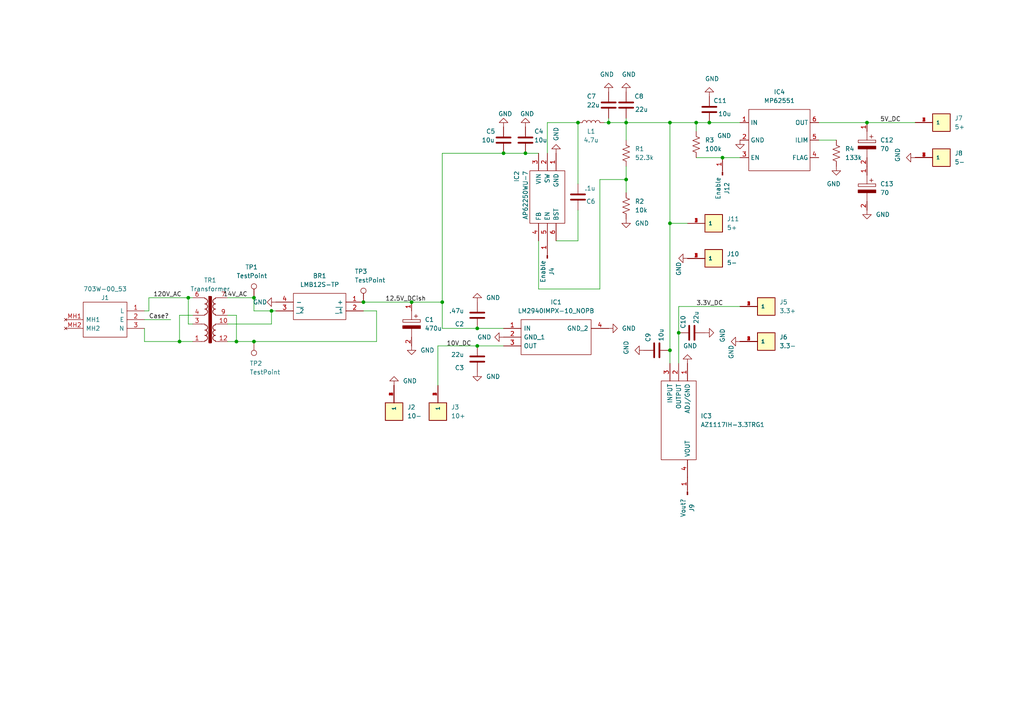
<source format=kicad_sch>
(kicad_sch (version 20211123) (generator eeschema)

  (uuid df0df0b7-5379-496e-975f-ff32cb1e8f74)

  (paper "A4")

  (lib_symbols
    (symbol "CT3151-2:CT3151-2" (pin_names (offset 1.016)) (in_bom yes) (on_board yes)
      (property "Reference" "J" (id 0) (at -2.54 3.81 0)
        (effects (font (size 1.27 1.27)) (justify left bottom))
      )
      (property "Value" "CT3151-2" (id 1) (at -2.54 -5.08 0)
        (effects (font (size 1.27 1.27)) (justify left bottom))
      )
      (property "Footprint" "CALTEST_CT3151-2" (id 2) (at 0 0 0)
        (effects (font (size 1.27 1.27)) (justify left bottom) hide)
      )
      (property "Datasheet" "" (id 3) (at 0 0 0)
        (effects (font (size 1.27 1.27)) (justify left bottom) hide)
      )
      (property "STANDARD" "Manufacturer Recommendations" (id 4) (at 0 0 0)
        (effects (font (size 1.27 1.27)) (justify left bottom) hide)
      )
      (property "PARTREV" "H" (id 5) (at 0 0 0)
        (effects (font (size 1.27 1.27)) (justify left bottom) hide)
      )
      (property "MAXIMUM_PACKAGE_HEIGHT" "19.25 mm" (id 6) (at 0 0 0)
        (effects (font (size 1.27 1.27)) (justify left bottom) hide)
      )
      (property "MANUFACTURER" "Cal Test Electronics" (id 7) (at 0 0 0)
        (effects (font (size 1.27 1.27)) (justify left bottom) hide)
      )
      (property "ki_locked" "" (id 8) (at 0 0 0)
        (effects (font (size 1.27 1.27)))
      )
      (symbol "CT3151-2_0_0"
        (rectangle (start -2.54 -2.54) (end 2.54 2.54)
          (stroke (width 0.254) (type default) (color 0 0 0 0))
          (fill (type background))
        )
        (pin passive line (at -7.62 0 0) (length 5.08)
          (name "1" (effects (font (size 1.016 1.016))))
          (number "1" (effects (font (size 1.016 1.016))))
        )
        (pin passive line (at -7.62 0 0) (length 5.08)
          (name "1" (effects (font (size 1.016 1.016))))
          (number "2" (effects (font (size 1.016 1.016))))
        )
        (pin passive line (at -7.62 0 0) (length 5.08)
          (name "1" (effects (font (size 1.016 1.016))))
          (number "3" (effects (font (size 1.016 1.016))))
        )
        (pin passive line (at -7.62 0 0) (length 5.08)
          (name "1" (effects (font (size 1.016 1.016))))
          (number "4" (effects (font (size 1.016 1.016))))
        )
      )
    )
    (symbol "Connector:Conn_01x01_Male" (pin_names (offset 1.016) hide) (in_bom yes) (on_board yes)
      (property "Reference" "J" (id 0) (at 0 2.54 0)
        (effects (font (size 1.27 1.27)))
      )
      (property "Value" "Conn_01x01_Male" (id 1) (at 0 -2.54 0)
        (effects (font (size 1.27 1.27)))
      )
      (property "Footprint" "" (id 2) (at 0 0 0)
        (effects (font (size 1.27 1.27)) hide)
      )
      (property "Datasheet" "~" (id 3) (at 0 0 0)
        (effects (font (size 1.27 1.27)) hide)
      )
      (property "ki_keywords" "connector" (id 4) (at 0 0 0)
        (effects (font (size 1.27 1.27)) hide)
      )
      (property "ki_description" "Generic connector, single row, 01x01, script generated (kicad-library-utils/schlib/autogen/connector/)" (id 5) (at 0 0 0)
        (effects (font (size 1.27 1.27)) hide)
      )
      (property "ki_fp_filters" "Connector*:*" (id 6) (at 0 0 0)
        (effects (font (size 1.27 1.27)) hide)
      )
      (symbol "Conn_01x01_Male_1_1"
        (polyline
          (pts
            (xy 1.27 0)
            (xy 0.8636 0)
          )
          (stroke (width 0.1524) (type default) (color 0 0 0 0))
          (fill (type none))
        )
        (rectangle (start 0.8636 0.127) (end 0 -0.127)
          (stroke (width 0.1524) (type default) (color 0 0 0 0))
          (fill (type outline))
        )
        (pin passive line (at 5.08 0 180) (length 3.81)
          (name "Pin_1" (effects (font (size 1.27 1.27))))
          (number "1" (effects (font (size 1.27 1.27))))
        )
      )
    )
    (symbol "Connector:TestPoint" (pin_numbers hide) (pin_names (offset 0.762) hide) (in_bom yes) (on_board yes)
      (property "Reference" "TP" (id 0) (at 0 6.858 0)
        (effects (font (size 1.27 1.27)))
      )
      (property "Value" "TestPoint" (id 1) (at 0 5.08 0)
        (effects (font (size 1.27 1.27)))
      )
      (property "Footprint" "" (id 2) (at 5.08 0 0)
        (effects (font (size 1.27 1.27)) hide)
      )
      (property "Datasheet" "~" (id 3) (at 5.08 0 0)
        (effects (font (size 1.27 1.27)) hide)
      )
      (property "ki_keywords" "test point tp" (id 4) (at 0 0 0)
        (effects (font (size 1.27 1.27)) hide)
      )
      (property "ki_description" "test point" (id 5) (at 0 0 0)
        (effects (font (size 1.27 1.27)) hide)
      )
      (property "ki_fp_filters" "Pin* Test*" (id 6) (at 0 0 0)
        (effects (font (size 1.27 1.27)) hide)
      )
      (symbol "TestPoint_0_1"
        (circle (center 0 3.302) (radius 0.762)
          (stroke (width 0) (type default) (color 0 0 0 0))
          (fill (type none))
        )
      )
      (symbol "TestPoint_1_1"
        (pin passive line (at 0 0 90) (length 2.54)
          (name "1" (effects (font (size 1.27 1.27))))
          (number "1" (effects (font (size 1.27 1.27))))
        )
      )
    )
    (symbol "Device:C" (pin_numbers hide) (pin_names (offset 0.254)) (in_bom yes) (on_board yes)
      (property "Reference" "C" (id 0) (at 0.635 2.54 0)
        (effects (font (size 1.27 1.27)) (justify left))
      )
      (property "Value" "C" (id 1) (at 0.635 -2.54 0)
        (effects (font (size 1.27 1.27)) (justify left))
      )
      (property "Footprint" "" (id 2) (at 0.9652 -3.81 0)
        (effects (font (size 1.27 1.27)) hide)
      )
      (property "Datasheet" "~" (id 3) (at 0 0 0)
        (effects (font (size 1.27 1.27)) hide)
      )
      (property "ki_keywords" "cap capacitor" (id 4) (at 0 0 0)
        (effects (font (size 1.27 1.27)) hide)
      )
      (property "ki_description" "Unpolarized capacitor" (id 5) (at 0 0 0)
        (effects (font (size 1.27 1.27)) hide)
      )
      (property "ki_fp_filters" "C_*" (id 6) (at 0 0 0)
        (effects (font (size 1.27 1.27)) hide)
      )
      (symbol "C_0_1"
        (polyline
          (pts
            (xy -2.032 -0.762)
            (xy 2.032 -0.762)
          )
          (stroke (width 0.508) (type default) (color 0 0 0 0))
          (fill (type none))
        )
        (polyline
          (pts
            (xy -2.032 0.762)
            (xy 2.032 0.762)
          )
          (stroke (width 0.508) (type default) (color 0 0 0 0))
          (fill (type none))
        )
      )
      (symbol "C_1_1"
        (pin passive line (at 0 3.81 270) (length 2.794)
          (name "~" (effects (font (size 1.27 1.27))))
          (number "1" (effects (font (size 1.27 1.27))))
        )
        (pin passive line (at 0 -3.81 90) (length 2.794)
          (name "~" (effects (font (size 1.27 1.27))))
          (number "2" (effects (font (size 1.27 1.27))))
        )
      )
    )
    (symbol "Device:L" (pin_numbers hide) (pin_names (offset 1.016) hide) (in_bom yes) (on_board yes)
      (property "Reference" "L" (id 0) (at -1.27 0 90)
        (effects (font (size 1.27 1.27)))
      )
      (property "Value" "L" (id 1) (at 1.905 0 90)
        (effects (font (size 1.27 1.27)))
      )
      (property "Footprint" "" (id 2) (at 0 0 0)
        (effects (font (size 1.27 1.27)) hide)
      )
      (property "Datasheet" "~" (id 3) (at 0 0 0)
        (effects (font (size 1.27 1.27)) hide)
      )
      (property "ki_keywords" "inductor choke coil reactor magnetic" (id 4) (at 0 0 0)
        (effects (font (size 1.27 1.27)) hide)
      )
      (property "ki_description" "Inductor" (id 5) (at 0 0 0)
        (effects (font (size 1.27 1.27)) hide)
      )
      (property "ki_fp_filters" "Choke_* *Coil* Inductor_* L_*" (id 6) (at 0 0 0)
        (effects (font (size 1.27 1.27)) hide)
      )
      (symbol "L_0_1"
        (arc (start 0 -2.54) (mid 0.635 -1.905) (end 0 -1.27)
          (stroke (width 0) (type default) (color 0 0 0 0))
          (fill (type none))
        )
        (arc (start 0 -1.27) (mid 0.635 -0.635) (end 0 0)
          (stroke (width 0) (type default) (color 0 0 0 0))
          (fill (type none))
        )
        (arc (start 0 0) (mid 0.635 0.635) (end 0 1.27)
          (stroke (width 0) (type default) (color 0 0 0 0))
          (fill (type none))
        )
        (arc (start 0 1.27) (mid 0.635 1.905) (end 0 2.54)
          (stroke (width 0) (type default) (color 0 0 0 0))
          (fill (type none))
        )
      )
      (symbol "L_1_1"
        (pin passive line (at 0 3.81 270) (length 1.27)
          (name "1" (effects (font (size 1.27 1.27))))
          (number "1" (effects (font (size 1.27 1.27))))
        )
        (pin passive line (at 0 -3.81 90) (length 1.27)
          (name "2" (effects (font (size 1.27 1.27))))
          (number "2" (effects (font (size 1.27 1.27))))
        )
      )
    )
    (symbol "Device:R_US" (pin_numbers hide) (pin_names (offset 0)) (in_bom yes) (on_board yes)
      (property "Reference" "R" (id 0) (at 2.54 0 90)
        (effects (font (size 1.27 1.27)))
      )
      (property "Value" "R_US" (id 1) (at -2.54 0 90)
        (effects (font (size 1.27 1.27)))
      )
      (property "Footprint" "" (id 2) (at 1.016 -0.254 90)
        (effects (font (size 1.27 1.27)) hide)
      )
      (property "Datasheet" "~" (id 3) (at 0 0 0)
        (effects (font (size 1.27 1.27)) hide)
      )
      (property "ki_keywords" "R res resistor" (id 4) (at 0 0 0)
        (effects (font (size 1.27 1.27)) hide)
      )
      (property "ki_description" "Resistor, US symbol" (id 5) (at 0 0 0)
        (effects (font (size 1.27 1.27)) hide)
      )
      (property "ki_fp_filters" "R_*" (id 6) (at 0 0 0)
        (effects (font (size 1.27 1.27)) hide)
      )
      (symbol "R_US_0_1"
        (polyline
          (pts
            (xy 0 -2.286)
            (xy 0 -2.54)
          )
          (stroke (width 0) (type default) (color 0 0 0 0))
          (fill (type none))
        )
        (polyline
          (pts
            (xy 0 2.286)
            (xy 0 2.54)
          )
          (stroke (width 0) (type default) (color 0 0 0 0))
          (fill (type none))
        )
        (polyline
          (pts
            (xy 0 -0.762)
            (xy 1.016 -1.143)
            (xy 0 -1.524)
            (xy -1.016 -1.905)
            (xy 0 -2.286)
          )
          (stroke (width 0) (type default) (color 0 0 0 0))
          (fill (type none))
        )
        (polyline
          (pts
            (xy 0 0.762)
            (xy 1.016 0.381)
            (xy 0 0)
            (xy -1.016 -0.381)
            (xy 0 -0.762)
          )
          (stroke (width 0) (type default) (color 0 0 0 0))
          (fill (type none))
        )
        (polyline
          (pts
            (xy 0 2.286)
            (xy 1.016 1.905)
            (xy 0 1.524)
            (xy -1.016 1.143)
            (xy 0 0.762)
          )
          (stroke (width 0) (type default) (color 0 0 0 0))
          (fill (type none))
        )
      )
      (symbol "R_US_1_1"
        (pin passive line (at 0 3.81 270) (length 1.27)
          (name "~" (effects (font (size 1.27 1.27))))
          (number "1" (effects (font (size 1.27 1.27))))
        )
        (pin passive line (at 0 -3.81 90) (length 1.27)
          (name "~" (effects (font (size 1.27 1.27))))
          (number "2" (effects (font (size 1.27 1.27))))
        )
      )
    )
    (symbol "Power Supply Board:MP62551" (in_bom yes) (on_board yes)
      (property "Reference" "IC" (id 0) (at -3.81 7.62 0)
        (effects (font (size 1.27 1.27)))
      )
      (property "Value" "MP62551" (id 1) (at 5.08 7.62 0)
        (effects (font (size 1.27 1.27)))
      )
      (property "Footprint" "" (id 2) (at 0 1.27 0)
        (effects (font (size 1.27 1.27)) hide)
      )
      (property "Datasheet" "" (id 3) (at 0 1.27 0)
        (effects (font (size 1.27 1.27)) hide)
      )
      (symbol "MP62551_0_1"
        (rectangle (start -8.89 6.35) (end 8.89 -11.43)
          (stroke (width 0) (type default) (color 0 0 0 0))
          (fill (type none))
        )
      )
      (symbol "MP62551_1_1"
        (pin input line (at -11.43 2.54 0) (length 2.54)
          (name "IN" (effects (font (size 1.27 1.27))))
          (number "1" (effects (font (size 1.27 1.27))))
        )
        (pin input line (at -11.43 -2.54 0) (length 2.54)
          (name "GND" (effects (font (size 1.27 1.27))))
          (number "2" (effects (font (size 1.27 1.27))))
        )
        (pin input line (at -11.43 -7.62 0) (length 2.54)
          (name "EN" (effects (font (size 1.27 1.27))))
          (number "3" (effects (font (size 1.27 1.27))))
        )
        (pin output line (at 11.43 -7.62 180) (length 2.54)
          (name "FLAG" (effects (font (size 1.27 1.27))))
          (number "4" (effects (font (size 1.27 1.27))))
        )
        (pin input line (at 11.43 -2.54 180) (length 2.54)
          (name "ILIM" (effects (font (size 1.27 1.27))))
          (number "5" (effects (font (size 1.27 1.27))))
        )
        (pin output line (at 11.43 2.54 180) (length 2.54)
          (name "OUT" (effects (font (size 1.27 1.27))))
          (number "6" (effects (font (size 1.27 1.27))))
        )
      )
    )
    (symbol "Power Supply Board:Transformer" (pin_names (offset 0)) (in_bom yes) (on_board yes)
      (property "Reference" "TR1" (id 0) (at 0 12.7 0)
        (effects (font (size 1.27 1.27)))
      )
      (property "Value" "Transformer" (id 1) (at 0 10.16 0)
        (effects (font (size 1.27 1.27)))
      )
      (property "Footprint" "" (id 2) (at 0 0 0)
        (effects (font (size 1.27 1.27)) hide)
      )
      (property "Datasheet" "" (id 3) (at 0 0 0)
        (effects (font (size 1.27 1.27)) hide)
      )
      (symbol "Transformer_0_1"
        (arc (start -1.524 -4.826) (mid -0.762 -4.064) (end -1.524 -3.302)
          (stroke (width 0.2032) (type default) (color 0 0 0 0))
          (fill (type none))
        )
        (arc (start -1.524 -3.302) (mid -0.762 -2.54) (end -1.524 -1.778)
          (stroke (width 0.2032) (type default) (color 0 0 0 0))
          (fill (type none))
        )
        (arc (start -1.524 -1.778) (mid -0.762 -1.016) (end -1.524 -0.254)
          (stroke (width 0.2032) (type default) (color 0 0 0 0))
          (fill (type none))
        )
        (arc (start -1.524 2.794) (mid -0.762 3.556) (end -1.524 4.318)
          (stroke (width 0.2032) (type default) (color 0 0 0 0))
          (fill (type none))
        )
        (arc (start -1.524 4.318) (mid -0.762 5.08) (end -1.524 5.842)
          (stroke (width 0.2032) (type default) (color 0 0 0 0))
          (fill (type none))
        )
        (arc (start -1.524 5.842) (mid -0.762 6.604) (end -1.524 7.366)
          (stroke (width 0.2032) (type default) (color 0 0 0 0))
          (fill (type none))
        )
        (rectangle (start -0.254 7.874) (end 0.254 -5.334)
          (stroke (width 0.508) (type default) (color 0 0 0 0))
          (fill (type outline))
        )
        (polyline
          (pts
            (xy 1.524 -4.826)
            (xy 1.524 -5.08)
            (xy 1.524 -5.08)
          )
          (stroke (width 0) (type default) (color 0 0 0 0))
          (fill (type outline))
        )
        (polyline
          (pts
            (xy 1.524 0)
            (xy 1.524 -0.254)
            (xy 1.524 -0.254)
          )
          (stroke (width 0) (type default) (color 0 0 0 0))
          (fill (type outline))
        )
        (polyline
          (pts
            (xy 1.524 0)
            (xy 2.54 0)
            (xy 2.54 0)
          )
          (stroke (width 0) (type default) (color 0 0 0 0))
          (fill (type none))
        )
        (polyline
          (pts
            (xy 1.524 2.54)
            (xy 1.524 2.794)
            (xy 1.524 2.794)
          )
          (stroke (width 0) (type default) (color 0 0 0 0))
          (fill (type outline))
        )
        (polyline
          (pts
            (xy 1.524 2.54)
            (xy 2.54 2.54)
            (xy 2.54 2.54)
          )
          (stroke (width 0) (type default) (color 0 0 0 0))
          (fill (type none))
        )
        (polyline
          (pts
            (xy 1.524 7.62)
            (xy 1.524 7.366)
            (xy 1.524 7.366)
          )
          (stroke (width 0) (type default) (color 0 0 0 0))
          (fill (type outline))
        )
        (polyline
          (pts
            (xy 1.524 7.62)
            (xy 2.54 7.62)
            (xy 2.54 7.62)
          )
          (stroke (width 0) (type default) (color 0 0 0 0))
          (fill (type none))
        )
        (polyline
          (pts
            (xy 2.54 -5.08)
            (xy 1.524 -5.08)
            (xy 1.524 -5.08)
          )
          (stroke (width 0) (type default) (color 0 0 0 0))
          (fill (type none))
        )
        (polyline
          (pts
            (xy -1.524 -4.826)
            (xy -1.524 -5.08)
            (xy -2.54 -5.08)
            (xy -2.54 -5.08)
          )
          (stroke (width 0) (type default) (color 0 0 0 0))
          (fill (type none))
        )
        (polyline
          (pts
            (xy -1.524 -0.254)
            (xy -1.524 0)
            (xy -2.54 0)
            (xy -2.54 0)
          )
          (stroke (width 0) (type default) (color 0 0 0 0))
          (fill (type none))
        )
        (polyline
          (pts
            (xy -1.524 2.794)
            (xy -1.524 2.54)
            (xy -2.54 2.54)
            (xy -2.54 2.54)
          )
          (stroke (width 0) (type default) (color 0 0 0 0))
          (fill (type none))
        )
        (polyline
          (pts
            (xy -1.524 7.366)
            (xy -1.524 7.62)
            (xy -2.54 7.62)
            (xy -2.54 7.62)
          )
          (stroke (width 0) (type default) (color 0 0 0 0))
          (fill (type none))
        )
        (arc (start 1.524 -3.302) (mid 0.762 -4.064) (end 1.524 -4.826)
          (stroke (width 0.2032) (type default) (color 0 0 0 0))
          (fill (type none))
        )
        (arc (start 1.524 -1.778) (mid 0.762 -2.54) (end 1.524 -3.302)
          (stroke (width 0.2032) (type default) (color 0 0 0 0))
          (fill (type none))
        )
        (arc (start 1.524 -0.254) (mid 0.762 -1.016) (end 1.524 -1.778)
          (stroke (width 0.2032) (type default) (color 0 0 0 0))
          (fill (type none))
        )
        (arc (start 1.524 4.318) (mid 0.762 3.556) (end 1.524 2.794)
          (stroke (width 0.2032) (type default) (color 0 0 0 0))
          (fill (type none))
        )
        (arc (start 1.524 5.842) (mid 0.762 5.08) (end 1.524 4.318)
          (stroke (width 0.2032) (type default) (color 0 0 0 0))
          (fill (type none))
        )
        (arc (start 1.524 7.366) (mid 0.762 6.604) (end 1.524 5.842)
          (stroke (width 0.2032) (type default) (color 0 0 0 0))
          (fill (type none))
        )
      )
      (symbol "Transformer_1_1"
        (pin passive line (at -5.08 -5.08 0) (length 2.54)
          (name "~" (effects (font (size 1.27 1.27))))
          (number "1" (effects (font (size 1.27 1.27))))
        )
        (pin passive line (at 5.08 0 180) (length 2.54)
          (name "~" (effects (font (size 1.27 1.27))))
          (number "10" (effects (font (size 1.27 1.27))))
        )
        (pin passive line (at 5.08 -5.08 180) (length 2.54)
          (name "~" (effects (font (size 1.27 1.27))))
          (number "12" (effects (font (size 1.27 1.27))))
        )
        (pin passive line (at -5.08 0 0) (length 2.54)
          (name "~" (effects (font (size 1.27 1.27))))
          (number "3" (effects (font (size 1.27 1.27))))
        )
        (pin passive line (at -5.08 2.54 0) (length 2.54)
          (name "~" (effects (font (size 1.27 1.27))))
          (number "4" (effects (font (size 1.27 1.27))))
        )
        (pin passive line (at -5.08 7.62 0) (length 2.54)
          (name "~" (effects (font (size 1.27 1.27))))
          (number "6" (effects (font (size 1.27 1.27))))
        )
        (pin passive line (at 5.08 7.62 180) (length 2.54)
          (name "~" (effects (font (size 1.27 1.27))))
          (number "7" (effects (font (size 1.27 1.27))))
        )
        (pin passive line (at 5.08 2.54 180) (length 2.54)
          (name "~" (effects (font (size 1.27 1.27))))
          (number "9" (effects (font (size 1.27 1.27))))
        )
      )
    )
    (symbol "SamacSys_Parts:16TRV470M10X10.5" (pin_names (offset 0.762)) (in_bom yes) (on_board yes)
      (property "Reference" "C" (id 0) (at 8.89 6.35 0)
        (effects (font (size 1.27 1.27)) (justify left))
      )
      (property "Value" "16TRV470M10X10.5" (id 1) (at 8.89 3.81 0)
        (effects (font (size 1.27 1.27)) (justify left))
      )
      (property "Footprint" "CAPAE1030X1050N" (id 2) (at 8.89 1.27 0)
        (effects (font (size 1.27 1.27)) (justify left) hide)
      )
      (property "Datasheet" "http://www.rubycon.co.jp/en/catalog/e_pdfs/aluminum/e_TRV.pdf" (id 3) (at 8.89 -1.27 0)
        (effects (font (size 1.27 1.27)) (justify left) hide)
      )
      (property "Description" "Aluminum Electrolytic Capacitors - SMD LONG LIFE ELECTROLYTIC CAPACITORS" (id 4) (at 8.89 -3.81 0)
        (effects (font (size 1.27 1.27)) (justify left) hide)
      )
      (property "Height" "10.5" (id 5) (at 8.89 -6.35 0)
        (effects (font (size 1.27 1.27)) (justify left) hide)
      )
      (property "Mouser Part Number" "232-16TRV470M10X10.5" (id 6) (at 8.89 -8.89 0)
        (effects (font (size 1.27 1.27)) (justify left) hide)
      )
      (property "Mouser Price/Stock" "https://www.mouser.co.uk/ProductDetail/Rubycon/16TRV470M10X105?qs=T3oQrply3y940smn1RbN5g%3D%3D" (id 7) (at 8.89 -11.43 0)
        (effects (font (size 1.27 1.27)) (justify left) hide)
      )
      (property "Manufacturer_Name" "Rubycon" (id 8) (at 8.89 -13.97 0)
        (effects (font (size 1.27 1.27)) (justify left) hide)
      )
      (property "Manufacturer_Part_Number" "16TRV470M10X10.5" (id 9) (at 8.89 -16.51 0)
        (effects (font (size 1.27 1.27)) (justify left) hide)
      )
      (property "ki_description" "Aluminum Electrolytic Capacitors - SMD LONG LIFE ELECTROLYTIC CAPACITORS" (id 10) (at 0 0 0)
        (effects (font (size 1.27 1.27)) hide)
      )
      (symbol "16TRV470M10X10.5_0_0"
        (pin passive line (at 0 0 0) (length 2.54)
          (name "~" (effects (font (size 1.27 1.27))))
          (number "1" (effects (font (size 1.27 1.27))))
        )
        (pin passive line (at 12.7 0 180) (length 2.54)
          (name "~" (effects (font (size 1.27 1.27))))
          (number "2" (effects (font (size 1.27 1.27))))
        )
      )
      (symbol "16TRV470M10X10.5_0_1"
        (polyline
          (pts
            (xy 2.54 0)
            (xy 5.08 0)
          )
          (stroke (width 0.1524) (type default) (color 0 0 0 0))
          (fill (type none))
        )
        (polyline
          (pts
            (xy 4.064 1.778)
            (xy 4.064 0.762)
          )
          (stroke (width 0.1524) (type default) (color 0 0 0 0))
          (fill (type none))
        )
        (polyline
          (pts
            (xy 4.572 1.27)
            (xy 3.556 1.27)
          )
          (stroke (width 0.1524) (type default) (color 0 0 0 0))
          (fill (type none))
        )
        (polyline
          (pts
            (xy 7.62 0)
            (xy 10.16 0)
          )
          (stroke (width 0.1524) (type default) (color 0 0 0 0))
          (fill (type none))
        )
        (polyline
          (pts
            (xy 5.08 2.54)
            (xy 5.08 -2.54)
            (xy 5.842 -2.54)
            (xy 5.842 2.54)
            (xy 5.08 2.54)
          )
          (stroke (width 0.1524) (type default) (color 0 0 0 0))
          (fill (type none))
        )
        (polyline
          (pts
            (xy 7.62 2.54)
            (xy 7.62 -2.54)
            (xy 6.858 -2.54)
            (xy 6.858 2.54)
            (xy 7.62 2.54)
          )
          (stroke (width 0.254) (type default) (color 0 0 0 0))
          (fill (type outline))
        )
      )
    )
    (symbol "SamacSys_Parts:703W-00_53" (pin_names (offset 0.762)) (in_bom yes) (on_board yes)
      (property "Reference" "J1" (id 0) (at -11.43 12.7 0)
        (effects (font (size 1.27 1.27)))
      )
      (property "Value" "703W-00_53" (id 1) (at -11.43 10.16 0)
        (effects (font (size 1.27 1.27)))
      )
      (property "Footprint" "703W0053" (id 2) (at -19.05 -2.54 0)
        (effects (font (size 1.27 1.27)) (justify left) hide)
      )
      (property "Datasheet" "http://www.qualtekusa.com/Catalog/AC_Receptacles/pdfs/703w0053.pdf" (id 3) (at -19.05 0 0)
        (effects (font (size 1.27 1.27)) (justify left) hide)
      )
      (property "Description" "AC Power Entry Modules PCB Mount 7mm" (id 4) (at -19.05 2.54 0)
        (effects (font (size 1.27 1.27)) (justify left) hide)
      )
      (property "Height" "28.7" (id 5) (at -19.05 5.08 0)
        (effects (font (size 1.27 1.27)) (justify left) hide)
      )
      (property "Mouser Part Number" "562-703W-00/53" (id 6) (at -19.05 7.62 0)
        (effects (font (size 1.27 1.27)) (justify left) hide)
      )
      (property "Mouser Price/Stock" "https://www.mouser.co.uk/ProductDetail/Qualtek/703W-00-53?qs=%252BCmxX1pwNuHERMfCpPr41g%3D%3D" (id 7) (at -19.05 10.16 0)
        (effects (font (size 1.27 1.27)) (justify left) hide)
      )
      (property "Manufacturer_Name" "Qualtek" (id 8) (at -19.05 12.7 0)
        (effects (font (size 1.27 1.27)) (justify left) hide)
      )
      (property "Manufacturer_Part_Number" "703W-00/53" (id 9) (at -19.05 15.24 0)
        (effects (font (size 1.27 1.27)) (justify left) hide)
      )
      (property "ki_description" "AC Power Entry Modules PCB Mount 7mm" (id 10) (at 0 0 0)
        (effects (font (size 1.27 1.27)) hide)
      )
      (symbol "703W-00_53_0_0"
        (pin passive line (at 0 -5.08 0) (length 5.08)
          (name "L" (effects (font (size 1.27 1.27))))
          (number "1" (effects (font (size 1.27 1.27))))
        )
        (pin passive line (at 0 -2.54 0) (length 5.08)
          (name "E" (effects (font (size 1.27 1.27))))
          (number "2" (effects (font (size 1.27 1.27))))
        )
        (pin passive line (at 0 0 0) (length 5.08)
          (name "N" (effects (font (size 1.27 1.27))))
          (number "3" (effects (font (size 1.27 1.27))))
        )
        (pin no_connect line (at 22.86 -2.54 180) (length 5.08)
          (name "MH1" (effects (font (size 1.27 1.27))))
          (number "MH1" (effects (font (size 1.27 1.27))))
        )
        (pin no_connect line (at 22.86 0 180) (length 5.08)
          (name "MH2" (effects (font (size 1.27 1.27))))
          (number "MH2" (effects (font (size 1.27 1.27))))
        )
      )
      (symbol "703W-00_53_0_1"
        (polyline
          (pts
            (xy 5.08 2.54)
            (xy 17.78 2.54)
            (xy 17.78 -7.62)
            (xy 5.08 -7.62)
            (xy 5.08 2.54)
          )
          (stroke (width 0.1524) (type default) (color 0 0 0 0))
          (fill (type none))
        )
      )
    )
    (symbol "SamacSys_Parts:AP62250WU-7" (pin_names (offset 0.762)) (in_bom yes) (on_board yes)
      (property "Reference" "IC" (id 0) (at 21.59 7.62 0)
        (effects (font (size 1.27 1.27)) (justify left))
      )
      (property "Value" "AP62250WU-7" (id 1) (at 21.59 5.08 0)
        (effects (font (size 1.27 1.27)) (justify left))
      )
      (property "Footprint" "SOT95P280X100-6N" (id 2) (at 21.59 2.54 0)
        (effects (font (size 1.27 1.27)) (justify left) hide)
      )
      (property "Datasheet" "https://www.diodes.com/assets/Datasheets/AP62250.pdf" (id 3) (at 21.59 0 0)
        (effects (font (size 1.27 1.27)) (justify left) hide)
      )
      (property "Description" "DCDC CONV HV BUCK TSOT26 T&R 3K" (id 4) (at 21.59 -2.54 0)
        (effects (font (size 1.27 1.27)) (justify left) hide)
      )
      (property "Height" "1" (id 5) (at 21.59 -5.08 0)
        (effects (font (size 1.27 1.27)) (justify left) hide)
      )
      (property "Mouser Part Number" "621-AP62250WU-7" (id 6) (at 21.59 -7.62 0)
        (effects (font (size 1.27 1.27)) (justify left) hide)
      )
      (property "Mouser Price/Stock" "https://www.mouser.co.uk/ProductDetail/Diodes-Incorporated/AP62250WU-7?qs=7MVldsJ5Uax1PUc8sdeimQ%3D%3D" (id 7) (at 21.59 -10.16 0)
        (effects (font (size 1.27 1.27)) (justify left) hide)
      )
      (property "Manufacturer_Name" "Diodes Inc." (id 8) (at 21.59 -12.7 0)
        (effects (font (size 1.27 1.27)) (justify left) hide)
      )
      (property "Manufacturer_Part_Number" "AP62250WU-7" (id 9) (at 21.59 -15.24 0)
        (effects (font (size 1.27 1.27)) (justify left) hide)
      )
      (property "ki_description" "DCDC CONV HV BUCK TSOT26 T&R 3K" (id 10) (at 0 0 0)
        (effects (font (size 1.27 1.27)) hide)
      )
      (symbol "AP62250WU-7_0_0"
        (pin passive line (at 0 0 0) (length 5.08)
          (name "GND" (effects (font (size 1.27 1.27))))
          (number "1" (effects (font (size 1.27 1.27))))
        )
        (pin passive line (at 0 -2.54 0) (length 5.08)
          (name "SW" (effects (font (size 1.27 1.27))))
          (number "2" (effects (font (size 1.27 1.27))))
        )
        (pin passive line (at 0 -5.08 0) (length 5.08)
          (name "VIN" (effects (font (size 1.27 1.27))))
          (number "3" (effects (font (size 1.27 1.27))))
        )
        (pin passive line (at 25.4 -5.08 180) (length 5.08)
          (name "FB" (effects (font (size 1.27 1.27))))
          (number "4" (effects (font (size 1.27 1.27))))
        )
        (pin passive line (at 25.4 -2.54 180) (length 5.08)
          (name "EN" (effects (font (size 1.27 1.27))))
          (number "5" (effects (font (size 1.27 1.27))))
        )
        (pin passive line (at 25.4 0 180) (length 5.08)
          (name "BST" (effects (font (size 1.27 1.27))))
          (number "6" (effects (font (size 1.27 1.27))))
        )
      )
      (symbol "AP62250WU-7_0_1"
        (polyline
          (pts
            (xy 5.08 2.54)
            (xy 20.32 2.54)
            (xy 20.32 -7.62)
            (xy 5.08 -7.62)
            (xy 5.08 2.54)
          )
          (stroke (width 0.1524) (type default) (color 0 0 0 0))
          (fill (type none))
        )
      )
    )
    (symbol "SamacSys_Parts:AZ1117IH-3.3TRG1" (pin_names (offset 0.762)) (in_bom yes) (on_board yes)
      (property "Reference" "IC" (id 0) (at 29.21 7.62 0)
        (effects (font (size 1.27 1.27)) (justify left))
      )
      (property "Value" "AZ1117IH-3.3TRG1" (id 1) (at 29.21 5.08 0)
        (effects (font (size 1.27 1.27)) (justify left))
      )
      (property "Footprint" "SOT230P700X180-4N" (id 2) (at 29.21 2.54 0)
        (effects (font (size 1.27 1.27)) (justify left) hide)
      )
      (property "Datasheet" "" (id 3) (at 29.21 0 0)
        (effects (font (size 1.27 1.27)) (justify left) hide)
      )
      (property "Description" "LDO Voltage Regulators LDO BJT HiCurr 1.35A 10Hz to 10KHz" (id 4) (at 29.21 -2.54 0)
        (effects (font (size 1.27 1.27)) (justify left) hide)
      )
      (property "Height" "1.8" (id 5) (at 29.21 -5.08 0)
        (effects (font (size 1.27 1.27)) (justify left) hide)
      )
      (property "Mouser Part Number" "621-AZ1117IH-3.3TRG1" (id 6) (at 29.21 -7.62 0)
        (effects (font (size 1.27 1.27)) (justify left) hide)
      )
      (property "Mouser Price/Stock" "https://www.mouser.co.uk/ProductDetail/Diodes-Incorporated/AZ1117IH-3.3TRG1?qs=cpo3%2FpBou2jnS4SxLgAVoA%3D%3D" (id 7) (at 29.21 -10.16 0)
        (effects (font (size 1.27 1.27)) (justify left) hide)
      )
      (property "Manufacturer_Name" "Diodes Inc." (id 8) (at 29.21 -12.7 0)
        (effects (font (size 1.27 1.27)) (justify left) hide)
      )
      (property "Manufacturer_Part_Number" "AZ1117IH-3.3TRG1" (id 9) (at 29.21 -15.24 0)
        (effects (font (size 1.27 1.27)) (justify left) hide)
      )
      (property "ki_description" "LDO Voltage Regulators LDO BJT HiCurr 1.35A 10Hz to 10KHz" (id 10) (at 0 0 0)
        (effects (font (size 1.27 1.27)) hide)
      )
      (symbol "AZ1117IH-3.3TRG1_0_0"
        (pin passive line (at 0 0 0) (length 5.08)
          (name "ADJ/GND" (effects (font (size 1.27 1.27))))
          (number "1" (effects (font (size 1.27 1.27))))
        )
        (pin passive line (at 0 -2.54 0) (length 5.08)
          (name "OUTPUT" (effects (font (size 1.27 1.27))))
          (number "2" (effects (font (size 1.27 1.27))))
        )
        (pin passive line (at 0 -5.08 0) (length 5.08)
          (name "INPUT" (effects (font (size 1.27 1.27))))
          (number "3" (effects (font (size 1.27 1.27))))
        )
        (pin passive line (at 33.02 0 180) (length 5.08)
          (name "VOUT" (effects (font (size 1.27 1.27))))
          (number "4" (effects (font (size 1.27 1.27))))
        )
      )
      (symbol "AZ1117IH-3.3TRG1_0_1"
        (polyline
          (pts
            (xy 5.08 2.54)
            (xy 27.94 2.54)
            (xy 27.94 -7.62)
            (xy 5.08 -7.62)
            (xy 5.08 2.54)
          )
          (stroke (width 0.1524) (type default) (color 0 0 0 0))
          (fill (type none))
        )
      )
    )
    (symbol "SamacSys_Parts:EMZL250ARA471MHA0G" (pin_names (offset 0.762)) (in_bom yes) (on_board yes)
      (property "Reference" "C" (id 0) (at 8.89 6.35 0)
        (effects (font (size 1.27 1.27)) (justify left))
      )
      (property "Value" "EMZL250ARA471MHA0G" (id 1) (at 8.89 3.81 0)
        (effects (font (size 1.27 1.27)) (justify left))
      )
      (property "Footprint" "CAPAE830X1050N" (id 2) (at 8.89 1.27 0)
        (effects (font (size 1.27 1.27)) (justify left) hide)
      )
      (property "Datasheet" "" (id 3) (at 8.89 -1.27 0)
        (effects (font (size 1.27 1.27)) (justify left) hide)
      )
      (property "Description" "Aluminum Electrolytic Capacitors - SMD 470uF 25V AEC-Q200" (id 4) (at 8.89 -3.81 0)
        (effects (font (size 1.27 1.27)) (justify left) hide)
      )
      (property "Height" "10.5" (id 5) (at 8.89 -6.35 0)
        (effects (font (size 1.27 1.27)) (justify left) hide)
      )
      (property "Mouser Part Number" "661-EMZL250ARA471MHA" (id 6) (at 8.89 -8.89 0)
        (effects (font (size 1.27 1.27)) (justify left) hide)
      )
      (property "Mouser Price/Stock" "https://www.mouser.co.uk/ProductDetail/United-Chemi-Con/EMZL250ARA471MHA0G?qs=GBLSl2Akirs0SrxTHlCA0A%3D%3D" (id 7) (at 8.89 -11.43 0)
        (effects (font (size 1.27 1.27)) (justify left) hide)
      )
      (property "Manufacturer_Name" "United Chemi-Con" (id 8) (at 8.89 -13.97 0)
        (effects (font (size 1.27 1.27)) (justify left) hide)
      )
      (property "Manufacturer_Part_Number" "EMZL250ARA471MHA0G" (id 9) (at 8.89 -16.51 0)
        (effects (font (size 1.27 1.27)) (justify left) hide)
      )
      (property "ki_description" "Aluminum Electrolytic Capacitors - SMD 470uF 25V AEC-Q200" (id 10) (at 0 0 0)
        (effects (font (size 1.27 1.27)) hide)
      )
      (symbol "EMZL250ARA471MHA0G_0_0"
        (pin passive line (at 0 0 0) (length 2.54)
          (name "~" (effects (font (size 1.27 1.27))))
          (number "1" (effects (font (size 1.27 1.27))))
        )
        (pin passive line (at 12.7 0 180) (length 2.54)
          (name "~" (effects (font (size 1.27 1.27))))
          (number "2" (effects (font (size 1.27 1.27))))
        )
      )
      (symbol "EMZL250ARA471MHA0G_0_1"
        (polyline
          (pts
            (xy 2.54 0)
            (xy 5.08 0)
          )
          (stroke (width 0.1524) (type default) (color 0 0 0 0))
          (fill (type none))
        )
        (polyline
          (pts
            (xy 4.064 1.778)
            (xy 4.064 0.762)
          )
          (stroke (width 0.1524) (type default) (color 0 0 0 0))
          (fill (type none))
        )
        (polyline
          (pts
            (xy 4.572 1.27)
            (xy 3.556 1.27)
          )
          (stroke (width 0.1524) (type default) (color 0 0 0 0))
          (fill (type none))
        )
        (polyline
          (pts
            (xy 7.62 0)
            (xy 10.16 0)
          )
          (stroke (width 0.1524) (type default) (color 0 0 0 0))
          (fill (type none))
        )
        (polyline
          (pts
            (xy 5.08 2.54)
            (xy 5.08 -2.54)
            (xy 5.842 -2.54)
            (xy 5.842 2.54)
            (xy 5.08 2.54)
          )
          (stroke (width 0.1524) (type default) (color 0 0 0 0))
          (fill (type none))
        )
        (polyline
          (pts
            (xy 7.62 2.54)
            (xy 7.62 -2.54)
            (xy 6.858 -2.54)
            (xy 6.858 2.54)
            (xy 7.62 2.54)
          )
          (stroke (width 0.254) (type default) (color 0 0 0 0))
          (fill (type outline))
        )
      )
    )
    (symbol "SamacSys_Parts:LM2940IMPX-10_NOPB" (pin_names (offset 0.762)) (in_bom yes) (on_board yes)
      (property "Reference" "IC" (id 0) (at 26.67 7.62 0)
        (effects (font (size 1.27 1.27)) (justify left))
      )
      (property "Value" "LM2940IMPX-10_NOPB" (id 1) (at 26.67 5.08 0)
        (effects (font (size 1.27 1.27)) (justify left))
      )
      (property "Footprint" "SOT230P700X180-4N" (id 2) (at 26.67 2.54 0)
        (effects (font (size 1.27 1.27)) (justify left) hide)
      )
      (property "Datasheet" "http://www.ti.com/lit/ds/symlink/lm2940c.pdf" (id 3) (at 26.67 0 0)
        (effects (font (size 1.27 1.27)) (justify left) hide)
      )
      (property "Description" "LDO Voltage Regulators 1A Low Dropout Regulator 4-SOT-223 -40 to 85" (id 4) (at 26.67 -2.54 0)
        (effects (font (size 1.27 1.27)) (justify left) hide)
      )
      (property "Height" "1.8" (id 5) (at 26.67 -5.08 0)
        (effects (font (size 1.27 1.27)) (justify left) hide)
      )
      (property "Mouser Part Number" "926-LM2940IMPX10NOPB" (id 6) (at 26.67 -7.62 0)
        (effects (font (size 1.27 1.27)) (justify left) hide)
      )
      (property "Mouser Price/Stock" "https://www.mouser.co.uk/ProductDetail/Texas-Instruments/LM2940IMPX-10-NOPB?qs=X1J7HmVL2ZGaWCR2un6ouA%3D%3D" (id 7) (at 26.67 -10.16 0)
        (effects (font (size 1.27 1.27)) (justify left) hide)
      )
      (property "Manufacturer_Name" "Texas Instruments" (id 8) (at 26.67 -12.7 0)
        (effects (font (size 1.27 1.27)) (justify left) hide)
      )
      (property "Manufacturer_Part_Number" "LM2940IMPX-10/NOPB" (id 9) (at 26.67 -15.24 0)
        (effects (font (size 1.27 1.27)) (justify left) hide)
      )
      (property "ki_description" "LDO Voltage Regulators 1A Low Dropout Regulator 4-SOT-223 -40 to 85" (id 10) (at 0 0 0)
        (effects (font (size 1.27 1.27)) hide)
      )
      (symbol "LM2940IMPX-10_NOPB_0_0"
        (pin passive line (at 0 0 0) (length 5.08)
          (name "IN" (effects (font (size 1.27 1.27))))
          (number "1" (effects (font (size 1.27 1.27))))
        )
        (pin passive line (at 0 -2.54 0) (length 5.08)
          (name "GND_1" (effects (font (size 1.27 1.27))))
          (number "2" (effects (font (size 1.27 1.27))))
        )
        (pin passive line (at 0 -5.08 0) (length 5.08)
          (name "OUT" (effects (font (size 1.27 1.27))))
          (number "3" (effects (font (size 1.27 1.27))))
        )
        (pin passive line (at 30.48 0 180) (length 5.08)
          (name "GND_2" (effects (font (size 1.27 1.27))))
          (number "4" (effects (font (size 1.27 1.27))))
        )
      )
      (symbol "LM2940IMPX-10_NOPB_0_1"
        (polyline
          (pts
            (xy 5.08 2.54)
            (xy 25.4 2.54)
            (xy 25.4 -7.62)
            (xy 5.08 -7.62)
            (xy 5.08 2.54)
          )
          (stroke (width 0.1524) (type default) (color 0 0 0 0))
          (fill (type none))
        )
      )
    )
    (symbol "SamacSys_Parts:LMB12S-TP" (pin_names (offset 0.762)) (in_bom yes) (on_board yes)
      (property "Reference" "BR" (id 0) (at 21.59 7.62 0)
        (effects (font (size 1.27 1.27)) (justify left))
      )
      (property "Value" "LMB12S-TP" (id 1) (at 21.59 5.08 0)
        (effects (font (size 1.27 1.27)) (justify left))
      )
      (property "Footprint" "LMB12STP" (id 2) (at 21.59 2.54 0)
        (effects (font (size 1.27 1.27)) (justify left) hide)
      )
      (property "Datasheet" "" (id 3) (at 21.59 0 0)
        (effects (font (size 1.27 1.27)) (justify left) hide)
      )
      (property "Description" "Bridge Rectifiers 1A 20Vr 14Vrms 20V 30A Ifsm" (id 4) (at 21.59 -2.54 0)
        (effects (font (size 1.27 1.27)) (justify left) hide)
      )
      (property "Height" "1.71" (id 5) (at 21.59 -5.08 0)
        (effects (font (size 1.27 1.27)) (justify left) hide)
      )
      (property "Mouser Part Number" "833-LMB12S-TP" (id 6) (at 21.59 -7.62 0)
        (effects (font (size 1.27 1.27)) (justify left) hide)
      )
      (property "Mouser Price/Stock" "https://www.mouser.co.uk/ProductDetail/Micro-Commercial-Components-MCC/LMB12S-TP?qs=P1JMDcb91o7e1QBloAQ5ig%3D%3D" (id 7) (at 21.59 -10.16 0)
        (effects (font (size 1.27 1.27)) (justify left) hide)
      )
      (property "Manufacturer_Name" "Micro Commercial Components (MCC)" (id 8) (at 21.59 -12.7 0)
        (effects (font (size 1.27 1.27)) (justify left) hide)
      )
      (property "Manufacturer_Part_Number" "LMB12S-TP" (id 9) (at 21.59 -15.24 0)
        (effects (font (size 1.27 1.27)) (justify left) hide)
      )
      (property "ki_description" "Bridge Rectifiers 1A 20Vr 14Vrms 20V 30A Ifsm" (id 10) (at 0 0 0)
        (effects (font (size 1.27 1.27)) hide)
      )
      (symbol "LMB12S-TP_0_0"
        (pin passive line (at 25.4 0 180) (length 5.08)
          (name "+" (effects (font (size 1.27 1.27))))
          (number "1" (effects (font (size 1.27 1.27))))
        )
        (pin passive line (at 25.4 -2.54 180) (length 5.08)
          (name "~{_1}" (effects (font (size 1.27 1.27))))
          (number "2" (effects (font (size 1.27 1.27))))
        )
        (pin passive line (at 0 -2.54 0) (length 5.08)
          (name "~{_2}" (effects (font (size 1.27 1.27))))
          (number "3" (effects (font (size 1.27 1.27))))
        )
        (pin passive line (at 0 0 0) (length 5.08)
          (name "-" (effects (font (size 1.27 1.27))))
          (number "4" (effects (font (size 1.27 1.27))))
        )
      )
      (symbol "LMB12S-TP_0_1"
        (polyline
          (pts
            (xy 5.08 2.54)
            (xy 20.32 2.54)
            (xy 20.32 -5.08)
            (xy 5.08 -5.08)
            (xy 5.08 2.54)
          )
          (stroke (width 0.1524) (type default) (color 0 0 0 0))
          (fill (type none))
        )
      )
    )
    (symbol "power:GND" (power) (pin_names (offset 0)) (in_bom yes) (on_board yes)
      (property "Reference" "#PWR" (id 0) (at 0 -6.35 0)
        (effects (font (size 1.27 1.27)) hide)
      )
      (property "Value" "GND" (id 1) (at 0 -3.81 0)
        (effects (font (size 1.27 1.27)))
      )
      (property "Footprint" "" (id 2) (at 0 0 0)
        (effects (font (size 1.27 1.27)) hide)
      )
      (property "Datasheet" "" (id 3) (at 0 0 0)
        (effects (font (size 1.27 1.27)) hide)
      )
      (property "ki_keywords" "power-flag" (id 4) (at 0 0 0)
        (effects (font (size 1.27 1.27)) hide)
      )
      (property "ki_description" "Power symbol creates a global label with name \"GND\" , ground" (id 5) (at 0 0 0)
        (effects (font (size 1.27 1.27)) hide)
      )
      (symbol "GND_0_1"
        (polyline
          (pts
            (xy 0 0)
            (xy 0 -1.27)
            (xy 1.27 -1.27)
            (xy 0 -2.54)
            (xy -1.27 -1.27)
            (xy 0 -1.27)
          )
          (stroke (width 0) (type default) (color 0 0 0 0))
          (fill (type none))
        )
      )
      (symbol "GND_1_1"
        (pin power_in line (at 0 0 270) (length 0) hide
          (name "GND" (effects (font (size 1.27 1.27))))
          (number "1" (effects (font (size 1.27 1.27))))
        )
      )
    )
  )

  (junction (at 176.53 35.56) (diameter 0) (color 0 0 0 0)
    (uuid 1980521b-205d-452f-85c0-a2e42efa994b)
  )
  (junction (at 194.31 35.56) (diameter 0) (color 0 0 0 0)
    (uuid 20d5cee5-a690-4803-8e5c-46d20c90d88d)
  )
  (junction (at 68.58 99.06) (diameter 0) (color 0 0 0 0)
    (uuid 227704c3-d173-4c41-b477-5af7fd8690f5)
  )
  (junction (at 146.05 44.45) (diameter 0) (color 0 0 0 0)
    (uuid 27fa1acf-3316-46fe-8fd6-3b97f82b7e78)
  )
  (junction (at 251.46 35.56) (diameter 0) (color 0 0 0 0)
    (uuid 28060d14-b7e4-494a-aad6-e0926b70e303)
  )
  (junction (at 78.74 90.17) (diameter 0) (color 0 0 0 0)
    (uuid 45879ee0-ea88-4bad-ab87-844f5bc95090)
  )
  (junction (at 167.64 35.56) (diameter 0) (color 0 0 0 0)
    (uuid 5814ddb6-ec28-43cc-b7ee-a63a52a3ba28)
  )
  (junction (at 105.41 87.63) (diameter 0) (color 0 0 0 0)
    (uuid 5b281718-8c59-444d-9344-6beb61fe0b6e)
  )
  (junction (at 138.43 100.33) (diameter 0) (color 0 0 0 0)
    (uuid 5f381548-6183-483f-b838-b3d23d599a7f)
  )
  (junction (at 52.07 99.06) (diameter 0) (color 0 0 0 0)
    (uuid 6c2fd648-5410-4fa9-a4c1-fe5a63d5bb80)
  )
  (junction (at 205.74 35.56) (diameter 0) (color 0 0 0 0)
    (uuid 76cf7101-e6f6-465d-b27b-1dc1d548d446)
  )
  (junction (at 194.31 64.77) (diameter 0) (color 0 0 0 0)
    (uuid 788f7cd8-4137-4405-aff0-f9f79282f4c4)
  )
  (junction (at 128.27 87.63) (diameter 0) (color 0 0 0 0)
    (uuid 801981e5-c189-4291-8d1d-3ac41d139184)
  )
  (junction (at 119.38 87.63) (diameter 0) (color 0 0 0 0)
    (uuid 85ea181c-ab98-46c6-a41e-08731c24285d)
  )
  (junction (at 209.55 45.72) (diameter 0) (color 0 0 0 0)
    (uuid a04e9549-058b-46a5-8f96-4c713dc3e2cb)
  )
  (junction (at 138.43 95.25) (diameter 0) (color 0 0 0 0)
    (uuid a116bce6-aa4e-4a95-961a-bce9c61b1d51)
  )
  (junction (at 73.66 86.36) (diameter 0) (color 0 0 0 0)
    (uuid a15742a8-d5a7-4b44-83c8-58e94bec6435)
  )
  (junction (at 181.61 35.56) (diameter 0) (color 0 0 0 0)
    (uuid a7008d55-e0a6-4097-9aef-a6b519bef0e1)
  )
  (junction (at 54.61 86.36) (diameter 0) (color 0 0 0 0)
    (uuid aef35d9b-31cd-42f2-9413-68c026b840ce)
  )
  (junction (at 181.61 52.07) (diameter 0) (color 0 0 0 0)
    (uuid b5b13113-ff7c-4185-b4d9-0a2610ac80b8)
  )
  (junction (at 73.66 99.06) (diameter 0) (color 0 0 0 0)
    (uuid bf7aa9ad-04ac-4b78-ad42-9d3a190f1e34)
  )
  (junction (at 194.31 101.6) (diameter 0) (color 0 0 0 0)
    (uuid e54b559b-40a6-4163-b34b-bf491c96f4a3)
  )
  (junction (at 196.85 96.52) (diameter 0) (color 0 0 0 0)
    (uuid f53e0a20-3413-4435-b2ac-5a891e156ccb)
  )
  (junction (at 152.4 44.45) (diameter 0) (color 0 0 0 0)
    (uuid f5aa7927-7cf2-43bd-b578-4fd1ee7a831f)
  )
  (junction (at 201.93 35.56) (diameter 0) (color 0 0 0 0)
    (uuid ffcccf89-df69-412f-8e9e-343a413f34cd)
  )

  (wire (pts (xy 201.93 35.56) (xy 205.74 35.56))
    (stroke (width 0) (type default) (color 0 0 0 0))
    (uuid 01503387-8970-467c-915f-1c42e5e2bb36)
  )
  (wire (pts (xy 176.53 34.29) (xy 176.53 35.56))
    (stroke (width 0) (type default) (color 0 0 0 0))
    (uuid 0282accd-acca-431e-bc74-c1c655c4b0c4)
  )
  (wire (pts (xy 138.43 100.33) (xy 146.05 100.33))
    (stroke (width 0) (type default) (color 0 0 0 0))
    (uuid 043dec59-d958-468b-a9dd-f85342d823b1)
  )
  (wire (pts (xy 73.66 86.36) (xy 73.66 90.17))
    (stroke (width 0) (type default) (color 0 0 0 0))
    (uuid 0592600e-1d80-4b61-bd75-5ddfd4a351c9)
  )
  (wire (pts (xy 78.74 93.98) (xy 66.04 93.98))
    (stroke (width 0) (type default) (color 0 0 0 0))
    (uuid 059c79b5-3c1f-46f9-af7a-39beacebe3b2)
  )
  (wire (pts (xy 105.41 87.63) (xy 119.38 87.63))
    (stroke (width 0) (type default) (color 0 0 0 0))
    (uuid 110fc232-0432-452f-bbf9-8bcfaffa6e99)
  )
  (wire (pts (xy 52.07 91.44) (xy 52.07 99.06))
    (stroke (width 0) (type default) (color 0 0 0 0))
    (uuid 11ad986a-9550-46b4-96ed-a44e1de2f51b)
  )
  (wire (pts (xy 138.43 95.25) (xy 146.05 95.25))
    (stroke (width 0) (type default) (color 0 0 0 0))
    (uuid 1a656a45-c2e5-4d92-93a5-72467de1e3ab)
  )
  (wire (pts (xy 128.27 95.25) (xy 128.27 87.63))
    (stroke (width 0) (type default) (color 0 0 0 0))
    (uuid 1f94e385-aae3-42c2-b3a0-a51630bcf4f6)
  )
  (wire (pts (xy 73.66 99.06) (xy 109.22 99.06))
    (stroke (width 0) (type default) (color 0 0 0 0))
    (uuid 2060150f-10ca-4b9d-8930-ba9cad67a44d)
  )
  (wire (pts (xy 196.85 105.41) (xy 196.85 96.52))
    (stroke (width 0) (type default) (color 0 0 0 0))
    (uuid 26c6b65e-b2ed-4df9-aad1-45dfd91b1c9e)
  )
  (wire (pts (xy 156.21 69.85) (xy 156.21 83.82))
    (stroke (width 0) (type default) (color 0 0 0 0))
    (uuid 27910098-3f4f-42df-a515-3b1e86501f2b)
  )
  (wire (pts (xy 194.31 64.77) (xy 194.31 101.6))
    (stroke (width 0) (type default) (color 0 0 0 0))
    (uuid 2ab4c662-b249-4be2-80cf-4c23ffb1a52f)
  )
  (wire (pts (xy 201.93 35.56) (xy 201.93 38.1))
    (stroke (width 0) (type default) (color 0 0 0 0))
    (uuid 33df9e05-8bcc-425b-bfdc-14eff5fb1e2f)
  )
  (wire (pts (xy 194.31 35.56) (xy 194.31 64.77))
    (stroke (width 0) (type default) (color 0 0 0 0))
    (uuid 34998b85-1248-4eed-b7f0-93ecacc120a8)
  )
  (wire (pts (xy 66.04 99.06) (xy 68.58 99.06))
    (stroke (width 0) (type default) (color 0 0 0 0))
    (uuid 3c75816a-efbb-4e36-a0dc-19bcbaacfcb5)
  )
  (wire (pts (xy 68.58 99.06) (xy 73.66 99.06))
    (stroke (width 0) (type default) (color 0 0 0 0))
    (uuid 3d3ab816-ac70-4789-b693-254e42bfd8b8)
  )
  (wire (pts (xy 167.64 35.56) (xy 158.75 35.56))
    (stroke (width 0) (type default) (color 0 0 0 0))
    (uuid 3dff12e5-183b-41c3-84f1-5982f01f3887)
  )
  (wire (pts (xy 176.53 35.56) (xy 181.61 35.56))
    (stroke (width 0) (type default) (color 0 0 0 0))
    (uuid 3fea1023-3a44-4e43-8c19-4dd1ca1ea66b)
  )
  (wire (pts (xy 41.91 92.71) (xy 49.53 92.71))
    (stroke (width 0) (type default) (color 0 0 0 0))
    (uuid 40414148-e900-4f31-8b9f-15907867c798)
  )
  (wire (pts (xy 181.61 34.29) (xy 181.61 35.56))
    (stroke (width 0) (type default) (color 0 0 0 0))
    (uuid 435c170f-41b0-4014-a7a5-5dac40e7fd6f)
  )
  (wire (pts (xy 181.61 52.07) (xy 181.61 55.88))
    (stroke (width 0) (type default) (color 0 0 0 0))
    (uuid 47a06df0-f597-4198-85f7-7f4cf441ba7b)
  )
  (wire (pts (xy 196.85 88.9) (xy 214.63 88.9))
    (stroke (width 0) (type default) (color 0 0 0 0))
    (uuid 49c2f58d-b689-4696-9ccf-350823e9b765)
  )
  (wire (pts (xy 176.53 35.56) (xy 175.26 35.56))
    (stroke (width 0) (type default) (color 0 0 0 0))
    (uuid 4d8f99ca-ede1-4854-aed9-1b25a24e096e)
  )
  (wire (pts (xy 109.22 99.06) (xy 109.22 90.17))
    (stroke (width 0) (type default) (color 0 0 0 0))
    (uuid 522b6606-3966-45ae-b42d-9aae433284e8)
  )
  (wire (pts (xy 158.75 35.56) (xy 158.75 44.45))
    (stroke (width 0) (type default) (color 0 0 0 0))
    (uuid 528c0489-dd05-4591-9ba5-77f22498a374)
  )
  (wire (pts (xy 127 111.76) (xy 127 100.33))
    (stroke (width 0) (type default) (color 0 0 0 0))
    (uuid 578b1dc8-26ad-4386-b326-0f2feb0a21b9)
  )
  (wire (pts (xy 68.58 91.44) (xy 68.58 99.06))
    (stroke (width 0) (type default) (color 0 0 0 0))
    (uuid 614a394f-564d-4466-90da-aa79c140352b)
  )
  (wire (pts (xy 128.27 44.45) (xy 128.27 87.63))
    (stroke (width 0) (type default) (color 0 0 0 0))
    (uuid 63abf47c-7311-4cfd-9e5b-a68a58abdcbe)
  )
  (wire (pts (xy 66.04 91.44) (xy 68.58 91.44))
    (stroke (width 0) (type default) (color 0 0 0 0))
    (uuid 67818ad0-c889-4e9e-9199-7814f76fd515)
  )
  (wire (pts (xy 201.93 45.72) (xy 209.55 45.72))
    (stroke (width 0) (type default) (color 0 0 0 0))
    (uuid 6a6d0e18-946c-4b93-91c0-7e9fabf9d9df)
  )
  (wire (pts (xy 173.99 83.82) (xy 173.99 52.07))
    (stroke (width 0) (type default) (color 0 0 0 0))
    (uuid 7915fe11-dddc-403a-9ab8-b6572504027c)
  )
  (wire (pts (xy 194.31 35.56) (xy 201.93 35.56))
    (stroke (width 0) (type default) (color 0 0 0 0))
    (uuid 7b1da788-7678-4073-8678-68df341e57cd)
  )
  (wire (pts (xy 167.64 69.85) (xy 167.64 60.96))
    (stroke (width 0) (type default) (color 0 0 0 0))
    (uuid 7b9a8556-2430-4392-ad39-5399cad42e50)
  )
  (wire (pts (xy 119.38 87.63) (xy 128.27 87.63))
    (stroke (width 0) (type default) (color 0 0 0 0))
    (uuid 7f4b9a19-2a4c-45b8-a0fb-129e52ce0f7e)
  )
  (wire (pts (xy 181.61 40.64) (xy 181.61 35.56))
    (stroke (width 0) (type default) (color 0 0 0 0))
    (uuid 89f8e4a5-5ce4-4585-82dd-b8e2ec3120cb)
  )
  (wire (pts (xy 199.39 64.77) (xy 194.31 64.77))
    (stroke (width 0) (type default) (color 0 0 0 0))
    (uuid 8c36f46d-e9fd-4745-8dc7-a195a6898a5c)
  )
  (wire (pts (xy 41.91 99.06) (xy 52.07 99.06))
    (stroke (width 0) (type default) (color 0 0 0 0))
    (uuid 8d6029b6-77ab-48ec-bef5-2960add39aeb)
  )
  (wire (pts (xy 209.55 45.72) (xy 214.63 45.72))
    (stroke (width 0) (type default) (color 0 0 0 0))
    (uuid 961ab534-75e9-4b9c-99d5-5280f089347e)
  )
  (wire (pts (xy 237.49 40.64) (xy 242.57 40.64))
    (stroke (width 0) (type default) (color 0 0 0 0))
    (uuid 97bbcea4-b284-4eaf-8ea4-1a1c9e413377)
  )
  (wire (pts (xy 127 100.33) (xy 138.43 100.33))
    (stroke (width 0) (type default) (color 0 0 0 0))
    (uuid 9a428eba-d526-4ed1-97d3-722044832651)
  )
  (wire (pts (xy 73.66 90.17) (xy 78.74 90.17))
    (stroke (width 0) (type default) (color 0 0 0 0))
    (uuid 9acd9e51-f7b5-48ff-b66e-2f7d831907b9)
  )
  (wire (pts (xy 54.61 93.98) (xy 54.61 86.36))
    (stroke (width 0) (type default) (color 0 0 0 0))
    (uuid a0057386-68df-4121-a746-32b39cd18141)
  )
  (wire (pts (xy 205.74 35.56) (xy 214.63 35.56))
    (stroke (width 0) (type default) (color 0 0 0 0))
    (uuid a1bb24f3-cc76-4935-8435-ba71e8788b70)
  )
  (wire (pts (xy 41.91 95.25) (xy 41.91 99.06))
    (stroke (width 0) (type default) (color 0 0 0 0))
    (uuid a9cf6ec4-8242-49ff-ac01-984a424e4cf1)
  )
  (wire (pts (xy 55.88 93.98) (xy 54.61 93.98))
    (stroke (width 0) (type default) (color 0 0 0 0))
    (uuid aea0e192-27ed-424c-b0cf-54a20fbf9c2d)
  )
  (wire (pts (xy 161.29 69.85) (xy 167.64 69.85))
    (stroke (width 0) (type default) (color 0 0 0 0))
    (uuid afb32d59-f5fc-45bf-ba53-6af91c5b356a)
  )
  (wire (pts (xy 41.91 90.17) (xy 43.18 90.17))
    (stroke (width 0) (type default) (color 0 0 0 0))
    (uuid b2ff1a85-9e84-468c-8a88-977188ee5fa6)
  )
  (wire (pts (xy 237.49 35.56) (xy 251.46 35.56))
    (stroke (width 0) (type default) (color 0 0 0 0))
    (uuid b3751063-7938-45d5-a48a-cd250f6505d4)
  )
  (wire (pts (xy 181.61 35.56) (xy 194.31 35.56))
    (stroke (width 0) (type default) (color 0 0 0 0))
    (uuid b8c8d0f3-dc16-4324-a88a-41fe4a04c9ba)
  )
  (wire (pts (xy 128.27 44.45) (xy 146.05 44.45))
    (stroke (width 0) (type default) (color 0 0 0 0))
    (uuid c04cf57a-3e61-4aa5-8e29-3037473f7814)
  )
  (wire (pts (xy 80.01 90.17) (xy 78.74 90.17))
    (stroke (width 0) (type default) (color 0 0 0 0))
    (uuid c329cc2e-b921-4680-916e-46b8c2d96c79)
  )
  (wire (pts (xy 156.21 83.82) (xy 173.99 83.82))
    (stroke (width 0) (type default) (color 0 0 0 0))
    (uuid cc11498b-d4fb-4aaa-8e81-12d598c70461)
  )
  (wire (pts (xy 173.99 52.07) (xy 181.61 52.07))
    (stroke (width 0) (type default) (color 0 0 0 0))
    (uuid cffe77c4-a5c6-4074-a7c9-e580a069d590)
  )
  (wire (pts (xy 43.18 90.17) (xy 43.18 86.36))
    (stroke (width 0) (type default) (color 0 0 0 0))
    (uuid d05fffe2-5c53-4e5a-9fe8-30142ec56cfa)
  )
  (wire (pts (xy 167.64 53.34) (xy 167.64 35.56))
    (stroke (width 0) (type default) (color 0 0 0 0))
    (uuid d07f217a-f6b6-4def-abd3-3c0f69ed9f4f)
  )
  (wire (pts (xy 128.27 95.25) (xy 138.43 95.25))
    (stroke (width 0) (type default) (color 0 0 0 0))
    (uuid d5b4622b-72f6-494f-b3d0-5b8a1d923736)
  )
  (wire (pts (xy 55.88 91.44) (xy 52.07 91.44))
    (stroke (width 0) (type default) (color 0 0 0 0))
    (uuid d7555a02-7a05-4149-97e5-a387ac4039d7)
  )
  (wire (pts (xy 194.31 105.41) (xy 194.31 101.6))
    (stroke (width 0) (type default) (color 0 0 0 0))
    (uuid d7a781af-552a-483f-a575-a5458d46fa2b)
  )
  (wire (pts (xy 152.4 44.45) (xy 156.21 44.45))
    (stroke (width 0) (type default) (color 0 0 0 0))
    (uuid d941584f-a3da-4f5f-964a-1f3d020834a9)
  )
  (wire (pts (xy 66.04 86.36) (xy 73.66 86.36))
    (stroke (width 0) (type default) (color 0 0 0 0))
    (uuid e064ad21-0ede-44bf-a88b-63bbf2cd646b)
  )
  (wire (pts (xy 251.46 35.56) (xy 265.43 35.56))
    (stroke (width 0) (type default) (color 0 0 0 0))
    (uuid e472284e-cb34-4aae-82c2-9472ce0a8a07)
  )
  (wire (pts (xy 43.18 86.36) (xy 54.61 86.36))
    (stroke (width 0) (type default) (color 0 0 0 0))
    (uuid e4a16a3d-466f-4ba9-a060-c5b12dc9f5b8)
  )
  (wire (pts (xy 181.61 48.26) (xy 181.61 52.07))
    (stroke (width 0) (type default) (color 0 0 0 0))
    (uuid e686258e-eca4-4cb2-82a7-4f0a3ecde993)
  )
  (wire (pts (xy 78.74 90.17) (xy 78.74 93.98))
    (stroke (width 0) (type default) (color 0 0 0 0))
    (uuid f06f9ddf-5856-4eae-a2d5-0a97bd72bf26)
  )
  (wire (pts (xy 52.07 99.06) (xy 55.88 99.06))
    (stroke (width 0) (type default) (color 0 0 0 0))
    (uuid f23b67bb-8916-4310-9986-affafba4f3e0)
  )
  (wire (pts (xy 196.85 96.52) (xy 196.85 88.9))
    (stroke (width 0) (type default) (color 0 0 0 0))
    (uuid f5ddb8cf-38d7-476c-982b-a7e368d98ccc)
  )
  (wire (pts (xy 109.22 90.17) (xy 105.41 90.17))
    (stroke (width 0) (type default) (color 0 0 0 0))
    (uuid f5fb720d-8fe5-45ac-89e7-a26fa6e077fe)
  )
  (wire (pts (xy 54.61 86.36) (xy 55.88 86.36))
    (stroke (width 0) (type default) (color 0 0 0 0))
    (uuid f6ea5265-a0cd-435a-9632-534122a21d99)
  )
  (wire (pts (xy 152.4 44.45) (xy 146.05 44.45))
    (stroke (width 0) (type default) (color 0 0 0 0))
    (uuid fb3e31b2-a4b9-4f13-bcb9-cf8ae48da34f)
  )

  (label "120V_AC" (at 44.45 86.36 0)
    (effects (font (size 1.27 1.27)) (justify left bottom))
    (uuid 0079ccfc-bce5-4c86-a0e1-1a6c120bdd05)
  )
  (label "10V_DC" (at 129.509 100.6088 0)
    (effects (font (size 1.27 1.27)) (justify left bottom))
    (uuid 1ad1dc18-c163-4595-8105-f41e9073f165)
  )
  (label "3.3V_DC" (at 201.93 88.9 0)
    (effects (font (size 1.27 1.27)) (justify left bottom))
    (uuid 1b9b7b68-a4b1-4217-a8f2-4e8b193dc58c)
  )
  (label "Case?" (at 43.18 92.71 0)
    (effects (font (size 1.27 1.27)) (justify left bottom))
    (uuid 8f438d01-7bb2-422d-b64a-6f6d2fce910b)
  )
  (label "5V_DC" (at 255.27 35.56 0)
    (effects (font (size 1.27 1.27)) (justify left bottom))
    (uuid c9c1d124-1d2a-4fa0-8088-10a21d460b0b)
  )
  (label "12.5V_DCish" (at 111.76 87.63 0)
    (effects (font (size 1.27 1.27)) (justify left bottom))
    (uuid d4ddc56f-5e69-417a-9d01-018d4af69bb5)
  )
  (label "14V_AC" (at 64.77 86.36 0)
    (effects (font (size 1.27 1.27)) (justify left bottom))
    (uuid f0abcf53-5285-45e1-b7a0-344cec58fc15)
  )

  (symbol (lib_id "Device:C") (at 152.4 40.64 0) (unit 1)
    (in_bom yes) (on_board yes)
    (uuid 00e74ff0-3925-45bd-9d96-4afefee52b65)
    (property "Reference" "C4" (id 0) (at 154.94 38.1 0)
      (effects (font (size 1.27 1.27)) (justify left))
    )
    (property "Value" "10u" (id 1) (at 154.94 40.64 0)
      (effects (font (size 1.27 1.27)) (justify left))
    )
    (property "Footprint" "Capacitor_SMD:C_0805_2012Metric_Pad1.18x1.45mm_HandSolder" (id 2) (at 153.3652 44.45 0)
      (effects (font (size 1.27 1.27)) hide)
    )
    (property "Datasheet" "~" (id 3) (at 152.4 40.64 0)
      (effects (font (size 1.27 1.27)) hide)
    )
    (pin "1" (uuid 7c24cd32-b065-4c41-91d1-e7d9825313cb))
    (pin "2" (uuid 92d65c29-8d5c-4196-adbf-0db958004716))
  )

  (symbol (lib_id "Device:C") (at 138.43 91.44 180) (unit 1)
    (in_bom yes) (on_board yes)
    (uuid 01b4204b-6199-4bbc-b4c7-0c7bd1e4444d)
    (property "Reference" "C2" (id 0) (at 134.62 93.98 0)
      (effects (font (size 1.27 1.27)) (justify left))
    )
    (property "Value" ".47u" (id 1) (at 134.62 90.17 0)
      (effects (font (size 1.27 1.27)) (justify left))
    )
    (property "Footprint" "Capacitor_SMD:C_0805_2012Metric_Pad1.18x1.45mm_HandSolder" (id 2) (at 137.4648 87.63 0)
      (effects (font (size 1.27 1.27)) hide)
    )
    (property "Datasheet" "~" (id 3) (at 138.43 91.44 0)
      (effects (font (size 1.27 1.27)) hide)
    )
    (pin "1" (uuid 71b7282c-91b3-4ae9-8228-114bdf3f6f87))
    (pin "2" (uuid 5ea9c357-c72b-4f29-91e3-3783c54dc3fc))
  )

  (symbol (lib_id "Device:C") (at 167.64 57.15 180) (unit 1)
    (in_bom yes) (on_board yes)
    (uuid 05102835-c435-41f0-b074-c591544197d0)
    (property "Reference" "C6" (id 0) (at 172.72 58.42 0)
      (effects (font (size 1.27 1.27)) (justify left))
    )
    (property "Value" ".1u" (id 1) (at 172.72 54.61 0)
      (effects (font (size 1.27 1.27)) (justify left))
    )
    (property "Footprint" "Capacitor_SMD:C_0805_2012Metric_Pad1.18x1.45mm_HandSolder" (id 2) (at 166.6748 53.34 0)
      (effects (font (size 1.27 1.27)) hide)
    )
    (property "Datasheet" "~" (id 3) (at 167.64 57.15 0)
      (effects (font (size 1.27 1.27)) hide)
    )
    (pin "1" (uuid ad815c30-797e-42d6-91cb-421d495b9def))
    (pin "2" (uuid 8d8ad32b-0c5e-4dff-abbd-e7b34d8303d7))
  )

  (symbol (lib_id "Connector:TestPoint") (at 105.41 87.63 0) (unit 1)
    (in_bom yes) (on_board yes)
    (uuid 0ac85337-97ff-4c2f-8e0e-da7a00d72aae)
    (property "Reference" "TP3" (id 0) (at 102.87 78.74 0)
      (effects (font (size 1.27 1.27)) (justify left))
    )
    (property "Value" "TestPoint" (id 1) (at 102.87 81.28 0)
      (effects (font (size 1.27 1.27)) (justify left))
    )
    (property "Footprint" "TestPoint:TestPoint_Pad_2.5x2.5mm" (id 2) (at 110.49 87.63 0)
      (effects (font (size 1.27 1.27)) hide)
    )
    (property "Datasheet" "~" (id 3) (at 110.49 87.63 0)
      (effects (font (size 1.27 1.27)) hide)
    )
    (pin "1" (uuid fe5ce3bb-520b-4669-93df-73eb4d641ad3))
  )

  (symbol (lib_id "SamacSys_Parts:16TRV470M10X10.5") (at 251.46 48.26 270) (unit 1)
    (in_bom yes) (on_board yes) (fields_autoplaced)
    (uuid 0b903cc2-5a5b-44c7-951b-c6d98017b724)
    (property "Reference" "C13" (id 0) (at 255.27 53.3399 90)
      (effects (font (size 1.27 1.27)) (justify left))
    )
    (property "Value" "70" (id 1) (at 255.27 55.8799 90)
      (effects (font (size 1.27 1.27)) (justify left))
    )
    (property "Footprint" "Capacitor_THT:CP_Radial_D18.0mm_P7.50mm" (id 2) (at 252.73 57.15 0)
      (effects (font (size 1.27 1.27)) (justify left) hide)
    )
    (property "Datasheet" "" (id 3) (at 250.19 57.15 0)
      (effects (font (size 1.27 1.27)) (justify left) hide)
    )
    (property "Description" "" (id 4) (at 247.65 57.15 0)
      (effects (font (size 1.27 1.27)) (justify left) hide)
    )
    (property "Height" "" (id 5) (at 245.11 57.15 0)
      (effects (font (size 1.27 1.27)) (justify left) hide)
    )
    (property "Mouser Part Number" "" (id 6) (at 242.57 57.15 0)
      (effects (font (size 1.27 1.27)) (justify left) hide)
    )
    (property "Mouser Price/Stock" "" (id 7) (at 240.03 57.15 0)
      (effects (font (size 1.27 1.27)) (justify left) hide)
    )
    (property "Manufacturer_Name" "" (id 8) (at 237.49 57.15 0)
      (effects (font (size 1.27 1.27)) (justify left) hide)
    )
    (property "Manufacturer_Part_Number" "" (id 9) (at 234.95 57.15 0)
      (effects (font (size 1.27 1.27)) (justify left) hide)
    )
    (pin "1" (uuid b0744d13-6d4a-4f6c-82e3-926e7a4eade0))
    (pin "2" (uuid ef0ab861-229b-42f9-b334-f4cedbbb05b3))
  )

  (symbol (lib_id "power:GND") (at 176.53 26.67 180) (unit 1)
    (in_bom yes) (on_board yes)
    (uuid 0bad7213-8d85-4c80-b21a-ed99b8438fe3)
    (property "Reference" "#PWR0114" (id 0) (at 176.53 20.32 0)
      (effects (font (size 1.27 1.27)) hide)
    )
    (property "Value" "GND" (id 1) (at 173.99 21.59 0)
      (effects (font (size 1.27 1.27)) (justify right))
    )
    (property "Footprint" "" (id 2) (at 176.53 26.67 0)
      (effects (font (size 1.27 1.27)) hide)
    )
    (property "Datasheet" "" (id 3) (at 176.53 26.67 0)
      (effects (font (size 1.27 1.27)) hide)
    )
    (pin "1" (uuid 18504fa0-156a-4899-9cab-9773f1c37528))
  )

  (symbol (lib_id "CT3151-2:CT3151-2") (at 114.3 119.38 270) (unit 1)
    (in_bom yes) (on_board yes) (fields_autoplaced)
    (uuid 154d3c5d-1788-4e5c-9953-bbceae90b02a)
    (property "Reference" "J2" (id 0) (at 118.11 118.1099 90)
      (effects (font (size 1.27 1.27)) (justify left))
    )
    (property "Value" "10-" (id 1) (at 118.11 120.6499 90)
      (effects (font (size 1.27 1.27)) (justify left))
    )
    (property "Footprint" "Power Supply Board:CALTEST_CT3151-2" (id 2) (at 114.3 119.38 0)
      (effects (font (size 1.27 1.27)) (justify left bottom) hide)
    )
    (property "Datasheet" "" (id 3) (at 114.3 119.38 0)
      (effects (font (size 1.27 1.27)) (justify left bottom) hide)
    )
    (property "STANDARD" "Manufacturer Recommendations" (id 4) (at 114.3 119.38 0)
      (effects (font (size 1.27 1.27)) (justify left bottom) hide)
    )
    (property "PARTREV" "H" (id 5) (at 114.3 119.38 0)
      (effects (font (size 1.27 1.27)) (justify left bottom) hide)
    )
    (property "MAXIMUM_PACKAGE_HEIGHT" "19.25 mm" (id 6) (at 114.3 119.38 0)
      (effects (font (size 1.27 1.27)) (justify left bottom) hide)
    )
    (property "MANUFACTURER" "Cal Test Electronics" (id 7) (at 114.3 119.38 0)
      (effects (font (size 1.27 1.27)) (justify left bottom) hide)
    )
    (property "Mouser Part Number" "510-CT3151-0" (id 8) (at 114.3 119.38 90)
      (effects (font (size 1.27 1.27)) hide)
    )
    (pin "1" (uuid c1a47db6-a1e8-43e8-b7b4-d2c513380d08))
    (pin "2" (uuid b46ca589-bc03-47d4-b53f-06fee3e9f820))
    (pin "3" (uuid 0571ba1a-610c-4d46-bedd-8417ffe444f7))
    (pin "4" (uuid 5f0a5294-03ce-405c-9288-7adf38b126a5))
  )

  (symbol (lib_id "Device:C") (at 138.43 104.14 180) (unit 1)
    (in_bom yes) (on_board yes)
    (uuid 1d911e96-5248-44e9-af57-6b7754ddd144)
    (property "Reference" "C3" (id 0) (at 134.62 106.68 0)
      (effects (font (size 1.27 1.27)) (justify left))
    )
    (property "Value" "22u" (id 1) (at 134.62 102.87 0)
      (effects (font (size 1.27 1.27)) (justify left))
    )
    (property "Footprint" "Capacitor_SMD:C_0805_2012Metric_Pad1.18x1.45mm_HandSolder" (id 2) (at 137.4648 100.33 0)
      (effects (font (size 1.27 1.27)) hide)
    )
    (property "Datasheet" "~" (id 3) (at 138.43 104.14 0)
      (effects (font (size 1.27 1.27)) hide)
    )
    (pin "1" (uuid 5b5353b2-9f45-48da-9bdf-e7fb0785d578))
    (pin "2" (uuid 6d363fca-1f06-4f20-ba69-1be8deb514df))
  )

  (symbol (lib_id "power:GND") (at 161.29 44.45 180) (unit 1)
    (in_bom yes) (on_board yes)
    (uuid 20ae786b-e6a2-406f-aa13-20c3047b362d)
    (property "Reference" "#PWR0106" (id 0) (at 161.29 38.1 0)
      (effects (font (size 1.27 1.27)) hide)
    )
    (property "Value" "GND" (id 1) (at 161.29 36.83 90)
      (effects (font (size 1.27 1.27)) (justify left))
    )
    (property "Footprint" "" (id 2) (at 161.29 44.45 0)
      (effects (font (size 1.27 1.27)) hide)
    )
    (property "Datasheet" "" (id 3) (at 161.29 44.45 0)
      (effects (font (size 1.27 1.27)) hide)
    )
    (pin "1" (uuid 88d24477-7f2f-4f3e-9982-3eeba9989026))
  )

  (symbol (lib_id "Device:R_US") (at 242.57 44.45 180) (unit 1)
    (in_bom yes) (on_board yes) (fields_autoplaced)
    (uuid 366b4ea4-7bb3-4a98-824d-9f275e1b28a8)
    (property "Reference" "R4" (id 0) (at 245.11 43.1799 0)
      (effects (font (size 1.27 1.27)) (justify right))
    )
    (property "Value" "133k" (id 1) (at 245.11 45.7199 0)
      (effects (font (size 1.27 1.27)) (justify right))
    )
    (property "Footprint" "Resistor_SMD:R_0805_2012Metric_Pad1.20x1.40mm_HandSolder" (id 2) (at 241.554 44.196 90)
      (effects (font (size 1.27 1.27)) hide)
    )
    (property "Datasheet" "~" (id 3) (at 242.57 44.45 0)
      (effects (font (size 1.27 1.27)) hide)
    )
    (pin "1" (uuid 9e176e54-b309-468c-9c75-0c6f04704ef8))
    (pin "2" (uuid 73a81430-7121-4407-b9fe-81049c9242ee))
  )

  (symbol (lib_id "power:GND") (at 181.61 26.67 180) (unit 1)
    (in_bom yes) (on_board yes)
    (uuid 3a7f8cad-5b77-45c6-a3e5-af7ec360a8f6)
    (property "Reference" "#PWR0113" (id 0) (at 181.61 20.32 0)
      (effects (font (size 1.27 1.27)) hide)
    )
    (property "Value" "GND" (id 1) (at 180.34 21.59 0)
      (effects (font (size 1.27 1.27)) (justify right))
    )
    (property "Footprint" "" (id 2) (at 181.61 26.67 0)
      (effects (font (size 1.27 1.27)) hide)
    )
    (property "Datasheet" "" (id 3) (at 181.61 26.67 0)
      (effects (font (size 1.27 1.27)) hide)
    )
    (pin "1" (uuid 1b8d1bf2-b912-49f6-bd36-b8164c0cdab2))
  )

  (symbol (lib_id "SamacSys_Parts:EMZL250ARA471MHA0G") (at 119.38 87.63 270) (unit 1)
    (in_bom yes) (on_board yes) (fields_autoplaced)
    (uuid 46972eff-9a32-401e-84c7-40d2730bdb32)
    (property "Reference" "C1" (id 0) (at 123.19 92.7099 90)
      (effects (font (size 1.27 1.27)) (justify left))
    )
    (property "Value" "470u" (id 1) (at 123.19 95.2499 90)
      (effects (font (size 1.27 1.27)) (justify left))
    )
    (property "Footprint" "CAPAE830X1050N" (id 2) (at 120.65 96.52 0)
      (effects (font (size 1.27 1.27)) (justify left) hide)
    )
    (property "Datasheet" "" (id 3) (at 118.11 96.52 0)
      (effects (font (size 1.27 1.27)) (justify left) hide)
    )
    (property "Description" "Aluminum Electrolytic Capacitors - SMD 470uF 25V AEC-Q200" (id 4) (at 115.57 96.52 0)
      (effects (font (size 1.27 1.27)) (justify left) hide)
    )
    (property "Height" "10.5" (id 5) (at 113.03 96.52 0)
      (effects (font (size 1.27 1.27)) (justify left) hide)
    )
    (property "Mouser Part Number" "661-EMZL250ARA471MHA" (id 6) (at 110.49 96.52 0)
      (effects (font (size 1.27 1.27)) (justify left) hide)
    )
    (property "Mouser Price/Stock" "https://www.mouser.co.uk/ProductDetail/United-Chemi-Con/EMZL250ARA471MHA0G?qs=GBLSl2Akirs0SrxTHlCA0A%3D%3D" (id 7) (at 107.95 96.52 0)
      (effects (font (size 1.27 1.27)) (justify left) hide)
    )
    (property "Manufacturer_Name" "United Chemi-Con" (id 8) (at 105.41 96.52 0)
      (effects (font (size 1.27 1.27)) (justify left) hide)
    )
    (property "Manufacturer_Part_Number" "EMZL250ARA471MHA0G" (id 9) (at 102.87 96.52 0)
      (effects (font (size 1.27 1.27)) (justify left) hide)
    )
    (pin "1" (uuid 40b365b8-ecef-478d-8ed4-532a59efe9fe))
    (pin "2" (uuid f79c0399-f953-478b-8b28-4706cdf9c4a8))
  )

  (symbol (lib_id "power:GND") (at 199.39 105.41 180) (unit 1)
    (in_bom yes) (on_board yes)
    (uuid 47d9444f-8f63-4759-8570-edc5e06f1c06)
    (property "Reference" "#PWR0104" (id 0) (at 199.39 99.06 0)
      (effects (font (size 1.27 1.27)) hide)
    )
    (property "Value" "GND" (id 1) (at 198.12 100.33 0)
      (effects (font (size 1.27 1.27)) (justify right))
    )
    (property "Footprint" "" (id 2) (at 199.39 105.41 0)
      (effects (font (size 1.27 1.27)) hide)
    )
    (property "Datasheet" "" (id 3) (at 199.39 105.41 0)
      (effects (font (size 1.27 1.27)) hide)
    )
    (pin "1" (uuid bae8dc8a-72b8-4c68-affc-f21c46dec7bc))
  )

  (symbol (lib_id "power:GND") (at 152.4 36.83 180) (unit 1)
    (in_bom yes) (on_board yes)
    (uuid 4fc08871-9f9d-4d95-a397-ab077b18592b)
    (property "Reference" "#PWR0105" (id 0) (at 152.4 30.48 0)
      (effects (font (size 1.27 1.27)) hide)
    )
    (property "Value" "GND" (id 1) (at 154.94 33.02 0)
      (effects (font (size 1.27 1.27)) (justify left))
    )
    (property "Footprint" "" (id 2) (at 152.4 36.83 0)
      (effects (font (size 1.27 1.27)) hide)
    )
    (property "Datasheet" "" (id 3) (at 152.4 36.83 0)
      (effects (font (size 1.27 1.27)) hide)
    )
    (pin "1" (uuid 8bac9cea-e26b-47f5-9baf-f71e6b430db4))
  )

  (symbol (lib_id "power:GND") (at 114.3 111.76 180) (unit 1)
    (in_bom yes) (on_board yes) (fields_autoplaced)
    (uuid 511ca9e2-223b-4a31-a0dd-45cbdbf0a758)
    (property "Reference" "#PWR0111" (id 0) (at 114.3 105.41 0)
      (effects (font (size 1.27 1.27)) hide)
    )
    (property "Value" "GND" (id 1) (at 116.84 110.4899 0)
      (effects (font (size 1.27 1.27)) (justify right))
    )
    (property "Footprint" "" (id 2) (at 114.3 111.76 0)
      (effects (font (size 1.27 1.27)) hide)
    )
    (property "Datasheet" "" (id 3) (at 114.3 111.76 0)
      (effects (font (size 1.27 1.27)) hide)
    )
    (pin "1" (uuid 9aa5ecbd-9af3-44b3-8bed-71b9975d7f82))
  )

  (symbol (lib_id "Device:C") (at 205.74 31.75 180) (unit 1)
    (in_bom yes) (on_board yes)
    (uuid 55494d03-9421-4fa8-9b49-e08234ef12e8)
    (property "Reference" "C11" (id 0) (at 210.82 29.21 0)
      (effects (font (size 1.27 1.27)) (justify left))
    )
    (property "Value" "10u" (id 1) (at 212.09 33.02 0)
      (effects (font (size 1.27 1.27)) (justify left))
    )
    (property "Footprint" "Capacitor_SMD:C_0805_2012Metric_Pad1.18x1.45mm_HandSolder" (id 2) (at 204.7748 27.94 0)
      (effects (font (size 1.27 1.27)) hide)
    )
    (property "Datasheet" "~" (id 3) (at 205.74 31.75 0)
      (effects (font (size 1.27 1.27)) hide)
    )
    (pin "1" (uuid e6af4b5e-b14c-4c30-baf9-67829b5ad582))
    (pin "2" (uuid 402c089a-eab3-4da2-8996-4f35a3d0ea38))
  )

  (symbol (lib_id "Power Supply Board:Transformer") (at 60.96 93.98 0) (unit 1)
    (in_bom yes) (on_board yes) (fields_autoplaced)
    (uuid 56753f52-3ddc-4063-88b4-1d1f477cea57)
    (property "Reference" "TR1" (id 0) (at 60.96 81.28 0))
    (property "Value" "Transformer" (id 1) (at 60.96 83.82 0))
    (property "Footprint" "Power Supply Board:Transformer_20VAC" (id 2) (at 60.96 93.98 0)
      (effects (font (size 1.27 1.27)) hide)
    )
    (property "Datasheet" "" (id 3) (at 60.96 93.98 0)
      (effects (font (size 1.27 1.27)) hide)
    )
    (pin "1" (uuid 7ccac1e6-6501-42d1-b11e-d978a4498d79))
    (pin "10" (uuid b16cfbd8-658d-4e02-9f0b-12d51ee43e7d))
    (pin "12" (uuid cd23f5d7-4d00-4334-9948-cba2e8ec0cbd))
    (pin "3" (uuid 94a61683-3dca-41a0-9bf5-ff781cb9f02f))
    (pin "4" (uuid 8f382e17-d866-43b7-a4e9-254f95bdf399))
    (pin "6" (uuid 4725ffc9-a915-4f96-8a14-9215e367c0a7))
    (pin "7" (uuid 8641ab70-7e74-4e18-9b1e-83ee4984ee70))
    (pin "9" (uuid 537692d0-b3ed-4d38-85bf-72a231213451))
  )

  (symbol (lib_id "power:GND") (at 251.46 60.96 0) (unit 1)
    (in_bom yes) (on_board yes) (fields_autoplaced)
    (uuid 5784f146-0c38-4133-8cc3-1f9c1eda3658)
    (property "Reference" "#PWR0119" (id 0) (at 251.46 67.31 0)
      (effects (font (size 1.27 1.27)) hide)
    )
    (property "Value" "GND" (id 1) (at 254 62.2299 0)
      (effects (font (size 1.27 1.27)) (justify left))
    )
    (property "Footprint" "" (id 2) (at 251.46 60.96 0)
      (effects (font (size 1.27 1.27)) hide)
    )
    (property "Datasheet" "" (id 3) (at 251.46 60.96 0)
      (effects (font (size 1.27 1.27)) hide)
    )
    (pin "1" (uuid 54343c05-fbb4-4788-bfc5-361090dff6f1))
  )

  (symbol (lib_id "SamacSys_Parts:AZ1117IH-3.3TRG1") (at 199.39 105.41 270) (unit 1)
    (in_bom yes) (on_board yes) (fields_autoplaced)
    (uuid 5998229a-8ff0-4f54-8aeb-a4169da2304a)
    (property "Reference" "IC3" (id 0) (at 203.2 120.6499 90)
      (effects (font (size 1.27 1.27)) (justify left))
    )
    (property "Value" "AZ1117IH-3.3TRG1" (id 1) (at 203.2 123.1899 90)
      (effects (font (size 1.27 1.27)) (justify left))
    )
    (property "Footprint" "SamacSys_Parts:SOT230P700X180-4N" (id 2) (at 201.93 134.62 0)
      (effects (font (size 1.27 1.27)) (justify left) hide)
    )
    (property "Datasheet" "" (id 3) (at 199.39 134.62 0)
      (effects (font (size 1.27 1.27)) (justify left) hide)
    )
    (property "Description" "LDO Voltage Regulators LDO BJT HiCurr 1.35A 10Hz to 10KHz" (id 4) (at 196.85 134.62 0)
      (effects (font (size 1.27 1.27)) (justify left) hide)
    )
    (property "Height" "1.8" (id 5) (at 194.31 134.62 0)
      (effects (font (size 1.27 1.27)) (justify left) hide)
    )
    (property "Mouser Part Number" "621-AZ1117IH-3.3TRG1" (id 6) (at 191.77 134.62 0)
      (effects (font (size 1.27 1.27)) (justify left) hide)
    )
    (property "Mouser Price/Stock" "https://www.mouser.co.uk/ProductDetail/Diodes-Incorporated/AZ1117IH-3.3TRG1?qs=cpo3%2FpBou2jnS4SxLgAVoA%3D%3D" (id 7) (at 189.23 134.62 0)
      (effects (font (size 1.27 1.27)) (justify left) hide)
    )
    (property "Manufacturer_Name" "Diodes Inc." (id 8) (at 186.69 134.62 0)
      (effects (font (size 1.27 1.27)) (justify left) hide)
    )
    (property "Manufacturer_Part_Number" "AZ1117IH-3.3TRG1" (id 9) (at 184.15 134.62 0)
      (effects (font (size 1.27 1.27)) (justify left) hide)
    )
    (pin "1" (uuid 518f5c77-d8b7-45cd-b859-63ba66eb7348))
    (pin "2" (uuid e9e1b5c8-0741-4092-a5c3-7314bae31a80))
    (pin "3" (uuid 197d29ec-5366-4124-b545-aa15f3d48e53))
    (pin "4" (uuid 55873b64-88ff-4fbf-8c6d-84c55c66431e))
  )

  (symbol (lib_id "Device:C") (at 146.05 40.64 0) (unit 1)
    (in_bom yes) (on_board yes)
    (uuid 6682a250-f0f7-44ee-b49a-0d70551319a9)
    (property "Reference" "C5" (id 0) (at 140.97 38.1 0)
      (effects (font (size 1.27 1.27)) (justify left))
    )
    (property "Value" "10u" (id 1) (at 139.7 40.64 0)
      (effects (font (size 1.27 1.27)) (justify left))
    )
    (property "Footprint" "Capacitor_SMD:C_0805_2012Metric_Pad1.18x1.45mm_HandSolder" (id 2) (at 147.0152 44.45 0)
      (effects (font (size 1.27 1.27)) hide)
    )
    (property "Datasheet" "~" (id 3) (at 146.05 40.64 0)
      (effects (font (size 1.27 1.27)) hide)
    )
    (pin "1" (uuid 11ea5359-6b52-4c5a-b22a-6ed5711c0aee))
    (pin "2" (uuid b39b4bb4-601c-480d-bbf5-68fc86915b11))
  )

  (symbol (lib_id "CT3151-2:CT3151-2") (at 207.01 74.93 0) (unit 1)
    (in_bom yes) (on_board yes) (fields_autoplaced)
    (uuid 6d755b83-0eab-4884-9e61-823ab0d80aba)
    (property "Reference" "J10" (id 0) (at 210.82 73.6599 0)
      (effects (font (size 1.27 1.27)) (justify left))
    )
    (property "Value" "5-" (id 1) (at 210.82 76.1999 0)
      (effects (font (size 1.27 1.27)) (justify left))
    )
    (property "Footprint" "Power Supply Board:CALTEST_CT3151-2" (id 2) (at 207.01 74.93 0)
      (effects (font (size 1.27 1.27)) (justify left bottom) hide)
    )
    (property "Datasheet" "" (id 3) (at 207.01 74.93 0)
      (effects (font (size 1.27 1.27)) (justify left bottom) hide)
    )
    (property "STANDARD" "Manufacturer Recommendations" (id 4) (at 207.01 74.93 0)
      (effects (font (size 1.27 1.27)) (justify left bottom) hide)
    )
    (property "PARTREV" "H" (id 5) (at 207.01 74.93 0)
      (effects (font (size 1.27 1.27)) (justify left bottom) hide)
    )
    (property "MAXIMUM_PACKAGE_HEIGHT" "19.25 mm" (id 6) (at 207.01 74.93 0)
      (effects (font (size 1.27 1.27)) (justify left bottom) hide)
    )
    (property "MANUFACTURER" "Cal Test Electronics" (id 7) (at 207.01 74.93 0)
      (effects (font (size 1.27 1.27)) (justify left bottom) hide)
    )
    (property "Mouser Part Number" "510-CT3151-2" (id 8) (at 207.01 74.93 0)
      (effects (font (size 1.27 1.27)) hide)
    )
    (pin "1" (uuid 49383cab-a7bf-4a9d-a1bf-07d050cf80b4))
    (pin "2" (uuid 16d3edcd-5f77-4af9-aff2-f5bfb8030b67))
    (pin "3" (uuid 0ab8a129-b253-4d97-8489-e6f316666dba))
    (pin "4" (uuid 26e8c278-6594-4004-b40c-8c49ae0c4d62))
  )

  (symbol (lib_id "Connector:Conn_01x01_Male") (at 199.39 143.51 90) (unit 1)
    (in_bom yes) (on_board yes)
    (uuid 6efe93b9-d21c-4d10-b92e-61cadff4452e)
    (property "Reference" "J9" (id 0) (at 200.66 147.32 0))
    (property "Value" "Vout?" (id 1) (at 198.12 147.32 0))
    (property "Footprint" "Connector_PinHeader_2.54mm:PinHeader_1x01_P2.54mm_Vertical" (id 2) (at 199.39 143.51 0)
      (effects (font (size 1.27 1.27)) hide)
    )
    (property "Datasheet" "~" (id 3) (at 199.39 143.51 0)
      (effects (font (size 1.27 1.27)) hide)
    )
    (pin "1" (uuid 41e55880-caf3-4bb5-b46d-8bc92dd4dc25))
  )

  (symbol (lib_id "Connector:TestPoint") (at 73.66 99.06 180) (unit 1)
    (in_bom yes) (on_board yes)
    (uuid 8b93c872-c4fc-4cd7-a43f-a07f54aa05f1)
    (property "Reference" "TP2" (id 0) (at 72.39 105.41 0)
      (effects (font (size 1.27 1.27)) (justify right))
    )
    (property "Value" "TestPoint" (id 1) (at 72.39 107.95 0)
      (effects (font (size 1.27 1.27)) (justify right))
    )
    (property "Footprint" "TestPoint:TestPoint_Pad_2.5x2.5mm" (id 2) (at 68.58 99.06 0)
      (effects (font (size 1.27 1.27)) hide)
    )
    (property "Datasheet" "~" (id 3) (at 68.58 99.06 0)
      (effects (font (size 1.27 1.27)) hide)
    )
    (pin "1" (uuid 0c12e1d0-cc12-4ba1-8759-32bdd1e34449))
  )

  (symbol (lib_id "power:GND") (at 205.74 27.94 180) (unit 1)
    (in_bom yes) (on_board yes)
    (uuid 8d713280-b381-4f4a-a4ee-e03a9a0d1eff)
    (property "Reference" "#PWR0117" (id 0) (at 205.74 21.59 0)
      (effects (font (size 1.27 1.27)) hide)
    )
    (property "Value" "GND" (id 1) (at 204.47 22.86 0)
      (effects (font (size 1.27 1.27)) (justify right))
    )
    (property "Footprint" "" (id 2) (at 205.74 27.94 0)
      (effects (font (size 1.27 1.27)) hide)
    )
    (property "Datasheet" "" (id 3) (at 205.74 27.94 0)
      (effects (font (size 1.27 1.27)) hide)
    )
    (pin "1" (uuid 8086e906-a211-4fea-80ec-4614112abd7d))
  )

  (symbol (lib_id "power:GND") (at 119.38 100.33 0) (unit 1)
    (in_bom yes) (on_board yes) (fields_autoplaced)
    (uuid 8f3aa688-9bc2-46c2-bf4f-4052955bf70b)
    (property "Reference" "#PWR0110" (id 0) (at 119.38 106.68 0)
      (effects (font (size 1.27 1.27)) hide)
    )
    (property "Value" "GND" (id 1) (at 121.92 101.5999 0)
      (effects (font (size 1.27 1.27)) (justify left))
    )
    (property "Footprint" "" (id 2) (at 119.38 100.33 0)
      (effects (font (size 1.27 1.27)) hide)
    )
    (property "Datasheet" "" (id 3) (at 119.38 100.33 0)
      (effects (font (size 1.27 1.27)) hide)
    )
    (pin "1" (uuid 8277e6b3-57d6-4171-bd89-8d17a7e20635))
  )

  (symbol (lib_id "CT3151-2:CT3151-2") (at 273.05 45.72 0) (unit 1)
    (in_bom yes) (on_board yes) (fields_autoplaced)
    (uuid 9105fa8f-49f6-47a6-badd-d9345ceeacf9)
    (property "Reference" "J8" (id 0) (at 276.86 44.4499 0)
      (effects (font (size 1.27 1.27)) (justify left))
    )
    (property "Value" "5-" (id 1) (at 276.86 46.9899 0)
      (effects (font (size 1.27 1.27)) (justify left))
    )
    (property "Footprint" "Power Supply Board:CALTEST_CT3151-2" (id 2) (at 273.05 45.72 0)
      (effects (font (size 1.27 1.27)) (justify left bottom) hide)
    )
    (property "Datasheet" "" (id 3) (at 273.05 45.72 0)
      (effects (font (size 1.27 1.27)) (justify left bottom) hide)
    )
    (property "STANDARD" "Manufacturer Recommendations" (id 4) (at 273.05 45.72 0)
      (effects (font (size 1.27 1.27)) (justify left bottom) hide)
    )
    (property "PARTREV" "H" (id 5) (at 273.05 45.72 0)
      (effects (font (size 1.27 1.27)) (justify left bottom) hide)
    )
    (property "MAXIMUM_PACKAGE_HEIGHT" "19.25 mm" (id 6) (at 273.05 45.72 0)
      (effects (font (size 1.27 1.27)) (justify left bottom) hide)
    )
    (property "MANUFACTURER" "Cal Test Electronics" (id 7) (at 273.05 45.72 0)
      (effects (font (size 1.27 1.27)) (justify left bottom) hide)
    )
    (property "Mouser Part Number" "510-CT3151-0" (id 8) (at 273.05 45.72 90)
      (effects (font (size 1.27 1.27)) hide)
    )
    (pin "1" (uuid 702e217c-5f2b-4f58-9e63-de1498b7076d))
    (pin "2" (uuid 5908d2ea-5e4c-4ebb-af19-129f043ac73b))
    (pin "3" (uuid 35a7001e-7ccc-43e2-a592-ddc299f2a356))
    (pin "4" (uuid 44818897-83ce-4d36-a109-0854384220ce))
  )

  (symbol (lib_id "Device:C") (at 200.66 96.52 270) (unit 1)
    (in_bom yes) (on_board yes)
    (uuid 929de08b-cf80-4903-a16e-715f322562a9)
    (property "Reference" "C10" (id 0) (at 198.12 91.44 0)
      (effects (font (size 1.27 1.27)) (justify left))
    )
    (property "Value" "22u" (id 1) (at 201.93 90.17 0)
      (effects (font (size 1.27 1.27)) (justify left))
    )
    (property "Footprint" "Capacitor_SMD:C_0805_2012Metric_Pad1.18x1.45mm_HandSolder" (id 2) (at 196.85 97.4852 0)
      (effects (font (size 1.27 1.27)) hide)
    )
    (property "Datasheet" "~" (id 3) (at 200.66 96.52 0)
      (effects (font (size 1.27 1.27)) hide)
    )
    (pin "1" (uuid d7d9db63-c6bb-4789-95c1-44b5eb215f8d))
    (pin "2" (uuid b546f9a8-786b-452f-ad54-de1e3720f991))
  )

  (symbol (lib_id "SamacSys_Parts:703W-00_53") (at 41.91 95.25 180) (unit 1)
    (in_bom yes) (on_board yes)
    (uuid 93152cfd-0862-42ec-9e5b-165c66280d70)
    (property "Reference" "J1" (id 0) (at 30.48 86.36 0))
    (property "Value" "703W-00_53" (id 1) (at 30.48 83.82 0))
    (property "Footprint" "SamacSys_Parts:703W0053" (id 2) (at 60.96 92.71 0)
      (effects (font (size 1.27 1.27)) (justify left) hide)
    )
    (property "Datasheet" "http://www.qualtekusa.com/Catalog/AC_Receptacles/pdfs/703w0053.pdf" (id 3) (at 60.96 95.25 0)
      (effects (font (size 1.27 1.27)) (justify left) hide)
    )
    (property "Description" "AC Power Entry Modules PCB Mount 7mm" (id 4) (at 60.96 97.79 0)
      (effects (font (size 1.27 1.27)) (justify left) hide)
    )
    (property "Height" "28.7" (id 5) (at 60.96 100.33 0)
      (effects (font (size 1.27 1.27)) (justify left) hide)
    )
    (property "Mouser Part Number" "562-703W-00/53" (id 6) (at 60.96 102.87 0)
      (effects (font (size 1.27 1.27)) (justify left) hide)
    )
    (property "Mouser Price/Stock" "https://www.mouser.co.uk/ProductDetail/Qualtek/703W-00-53?qs=%252BCmxX1pwNuHERMfCpPr41g%3D%3D" (id 7) (at 60.96 105.41 0)
      (effects (font (size 1.27 1.27)) (justify left) hide)
    )
    (property "Manufacturer_Name" "Qualtek" (id 8) (at 60.96 107.95 0)
      (effects (font (size 1.27 1.27)) (justify left) hide)
    )
    (property "Manufacturer_Part_Number" "703W-00/53" (id 9) (at 60.96 110.49 0)
      (effects (font (size 1.27 1.27)) (justify left) hide)
    )
    (pin "1" (uuid 90f316d2-071e-4441-8af2-ecceb07a179c))
    (pin "2" (uuid a91146d0-2d43-41cf-9a5e-fcd17a3c8a17))
    (pin "3" (uuid f1a07d53-d02d-4fef-8f97-e80ef1e34cb5))
    (pin "MH1" (uuid d51ce405-8e63-4d81-8b57-974e31b1d777))
    (pin "MH2" (uuid 3c68f12f-d0dc-431a-af20-25123dbd9426))
  )

  (symbol (lib_id "CT3151-2:CT3151-2") (at 127 119.38 270) (unit 1)
    (in_bom yes) (on_board yes) (fields_autoplaced)
    (uuid 9a47f0ac-6fea-4f4e-8c32-d6d43d97e935)
    (property "Reference" "J3" (id 0) (at 130.81 118.1099 90)
      (effects (font (size 1.27 1.27)) (justify left))
    )
    (property "Value" "10+" (id 1) (at 130.81 120.6499 90)
      (effects (font (size 1.27 1.27)) (justify left))
    )
    (property "Footprint" "Power Supply Board:CALTEST_CT3151-2" (id 2) (at 127 119.38 0)
      (effects (font (size 1.27 1.27)) (justify left bottom) hide)
    )
    (property "Datasheet" "" (id 3) (at 127 119.38 0)
      (effects (font (size 1.27 1.27)) (justify left bottom) hide)
    )
    (property "STANDARD" "Manufacturer Recommendations" (id 4) (at 127 119.38 0)
      (effects (font (size 1.27 1.27)) (justify left bottom) hide)
    )
    (property "PARTREV" "H" (id 5) (at 127 119.38 0)
      (effects (font (size 1.27 1.27)) (justify left bottom) hide)
    )
    (property "MAXIMUM_PACKAGE_HEIGHT" "19.25 mm" (id 6) (at 127 119.38 0)
      (effects (font (size 1.27 1.27)) (justify left bottom) hide)
    )
    (property "MANUFACTURER" "Cal Test Electronics" (id 7) (at 127 119.38 0)
      (effects (font (size 1.27 1.27)) (justify left bottom) hide)
    )
    (property "Mouser Part Number" "510-CT3151-2" (id 8) (at 127 119.38 0)
      (effects (font (size 1.27 1.27)) hide)
    )
    (pin "1" (uuid f08e8591-d9ce-42a8-9d51-f4e8ee0f5aec))
    (pin "2" (uuid f4586335-607c-419e-a1ca-3b40902c6227))
    (pin "3" (uuid a211d23b-3378-42c7-a378-7df8339879cb))
    (pin "4" (uuid 86a1e71e-610d-4e6c-9983-736e0266c71c))
  )

  (symbol (lib_id "power:GND") (at 176.53 95.25 90) (unit 1)
    (in_bom yes) (on_board yes) (fields_autoplaced)
    (uuid 9d147daa-0d12-4920-9327-637bc17350cc)
    (property "Reference" "#PWR0102" (id 0) (at 182.88 95.25 0)
      (effects (font (size 1.27 1.27)) hide)
    )
    (property "Value" "GND" (id 1) (at 180.34 95.2499 90)
      (effects (font (size 1.27 1.27)) (justify right))
    )
    (property "Footprint" "" (id 2) (at 176.53 95.25 0)
      (effects (font (size 1.27 1.27)) hide)
    )
    (property "Datasheet" "" (id 3) (at 176.53 95.25 0)
      (effects (font (size 1.27 1.27)) hide)
    )
    (pin "1" (uuid 391634f5-78e9-4f8a-bde2-60172ec8cf26))
  )

  (symbol (lib_id "power:GND") (at 138.43 87.63 180) (unit 1)
    (in_bom yes) (on_board yes) (fields_autoplaced)
    (uuid 9f752e17-4f35-4233-a1e8-4574ee611bb8)
    (property "Reference" "#PWR0109" (id 0) (at 138.43 81.28 0)
      (effects (font (size 1.27 1.27)) hide)
    )
    (property "Value" "GND" (id 1) (at 140.97 86.3599 0)
      (effects (font (size 1.27 1.27)) (justify right))
    )
    (property "Footprint" "" (id 2) (at 138.43 87.63 0)
      (effects (font (size 1.27 1.27)) hide)
    )
    (property "Datasheet" "" (id 3) (at 138.43 87.63 0)
      (effects (font (size 1.27 1.27)) hide)
    )
    (pin "1" (uuid 7e9b65f8-6461-4466-8707-83d980b4f765))
  )

  (symbol (lib_id "SamacSys_Parts:LM2940IMPX-10_NOPB") (at 146.05 95.25 0) (unit 1)
    (in_bom yes) (on_board yes) (fields_autoplaced)
    (uuid a0827a38-fb29-460d-8317-06f0d316a1b0)
    (property "Reference" "IC1" (id 0) (at 161.29 87.63 0))
    (property "Value" "LM2940IMPX-10_NOPB" (id 1) (at 161.29 90.17 0))
    (property "Footprint" "SOT230P700X180-4N" (id 2) (at 172.72 92.71 0)
      (effects (font (size 1.27 1.27)) (justify left) hide)
    )
    (property "Datasheet" "http://www.ti.com/lit/ds/symlink/lm2940c.pdf" (id 3) (at 172.72 95.25 0)
      (effects (font (size 1.27 1.27)) (justify left) hide)
    )
    (property "Description" "LDO Voltage Regulators 1A Low Dropout Regulator 4-SOT-223 -40 to 85" (id 4) (at 172.72 97.79 0)
      (effects (font (size 1.27 1.27)) (justify left) hide)
    )
    (property "Height" "1.8" (id 5) (at 172.72 100.33 0)
      (effects (font (size 1.27 1.27)) (justify left) hide)
    )
    (property "Mouser Part Number" "926-LM2940IMPX10NOPB" (id 6) (at 172.72 102.87 0)
      (effects (font (size 1.27 1.27)) (justify left) hide)
    )
    (property "Mouser Price/Stock" "https://www.mouser.co.uk/ProductDetail/Texas-Instruments/LM2940IMPX-10-NOPB?qs=X1J7HmVL2ZGaWCR2un6ouA%3D%3D" (id 7) (at 172.72 105.41 0)
      (effects (font (size 1.27 1.27)) (justify left) hide)
    )
    (property "Manufacturer_Name" "Texas Instruments" (id 8) (at 172.72 107.95 0)
      (effects (font (size 1.27 1.27)) (justify left) hide)
    )
    (property "Manufacturer_Part_Number" "LM2940IMPX-10/NOPB" (id 9) (at 172.72 110.49 0)
      (effects (font (size 1.27 1.27)) (justify left) hide)
    )
    (pin "1" (uuid 1c1e64b0-90c9-4b4e-ad5a-a9973fd66272))
    (pin "2" (uuid 63834cfc-dd51-4566-b0af-fd7ac1afd356))
    (pin "3" (uuid 1a590136-1fdb-4b3f-84bd-3b135dda1c1a))
    (pin "4" (uuid ab9e6262-5066-4edc-a7e9-836b997f242a))
  )

  (symbol (lib_id "power:GND") (at 146.05 36.83 180) (unit 1)
    (in_bom yes) (on_board yes)
    (uuid a1a0989e-3810-4574-af21-01840d1a87de)
    (property "Reference" "#PWR0120" (id 0) (at 146.05 30.48 0)
      (effects (font (size 1.27 1.27)) hide)
    )
    (property "Value" "GND" (id 1) (at 148.59 33.02 0)
      (effects (font (size 1.27 1.27)) (justify left))
    )
    (property "Footprint" "" (id 2) (at 146.05 36.83 0)
      (effects (font (size 1.27 1.27)) hide)
    )
    (property "Datasheet" "" (id 3) (at 146.05 36.83 0)
      (effects (font (size 1.27 1.27)) hide)
    )
    (pin "1" (uuid e6c1d368-159d-47fa-b6b9-6299a1aeae20))
  )

  (symbol (lib_id "power:GND") (at 146.05 97.79 270) (unit 1)
    (in_bom yes) (on_board yes)
    (uuid a3271a72-2a8f-4cc7-9273-69f83b976758)
    (property "Reference" "#PWR0123" (id 0) (at 139.7 97.79 0)
      (effects (font (size 1.27 1.27)) hide)
    )
    (property "Value" "GND" (id 1) (at 138.43 97.79 90)
      (effects (font (size 1.27 1.27)) (justify left))
    )
    (property "Footprint" "" (id 2) (at 146.05 97.79 0)
      (effects (font (size 1.27 1.27)) hide)
    )
    (property "Datasheet" "" (id 3) (at 146.05 97.79 0)
      (effects (font (size 1.27 1.27)) hide)
    )
    (pin "1" (uuid fa3fb8e1-9945-4160-bf16-24d369ff390a))
  )

  (symbol (lib_id "Device:R_US") (at 201.93 41.91 180) (unit 1)
    (in_bom yes) (on_board yes) (fields_autoplaced)
    (uuid a88ab3f7-9758-43f9-8aee-dd4252b83e0e)
    (property "Reference" "R3" (id 0) (at 204.47 40.6399 0)
      (effects (font (size 1.27 1.27)) (justify right))
    )
    (property "Value" "100k" (id 1) (at 204.47 43.1799 0)
      (effects (font (size 1.27 1.27)) (justify right))
    )
    (property "Footprint" "Resistor_SMD:R_0805_2012Metric_Pad1.20x1.40mm_HandSolder" (id 2) (at 200.914 41.656 90)
      (effects (font (size 1.27 1.27)) hide)
    )
    (property "Datasheet" "~" (id 3) (at 201.93 41.91 0)
      (effects (font (size 1.27 1.27)) hide)
    )
    (pin "1" (uuid 9c61b6de-1b97-46ec-b03f-03bda8d893a7))
    (pin "2" (uuid 089b954b-1515-42d4-9ee7-aaeaa4a3fddb))
  )

  (symbol (lib_id "power:GND") (at 242.57 48.26 0) (unit 1)
    (in_bom yes) (on_board yes)
    (uuid a9a10234-fb19-48da-b05f-17f104e929ab)
    (property "Reference" "#PWR0118" (id 0) (at 242.57 54.61 0)
      (effects (font (size 1.27 1.27)) hide)
    )
    (property "Value" "GND" (id 1) (at 243.84 53.34 0)
      (effects (font (size 1.27 1.27)) (justify right))
    )
    (property "Footprint" "" (id 2) (at 242.57 48.26 0)
      (effects (font (size 1.27 1.27)) hide)
    )
    (property "Datasheet" "" (id 3) (at 242.57 48.26 0)
      (effects (font (size 1.27 1.27)) hide)
    )
    (pin "1" (uuid 201d91cd-1879-4699-bde3-1ae24cb95c0c))
  )

  (symbol (lib_id "power:GND") (at 181.61 63.5 0) (unit 1)
    (in_bom yes) (on_board yes) (fields_autoplaced)
    (uuid ab751368-85ce-43ac-8dbf-f9bf2a1aea23)
    (property "Reference" "#PWR0103" (id 0) (at 181.61 69.85 0)
      (effects (font (size 1.27 1.27)) hide)
    )
    (property "Value" "GND" (id 1) (at 184.15 64.7699 0)
      (effects (font (size 1.27 1.27)) (justify left))
    )
    (property "Footprint" "" (id 2) (at 181.61 63.5 0)
      (effects (font (size 1.27 1.27)) hide)
    )
    (property "Datasheet" "" (id 3) (at 181.61 63.5 0)
      (effects (font (size 1.27 1.27)) hide)
    )
    (pin "1" (uuid 1f6752fc-c431-474e-aab1-b60476d89080))
  )

  (symbol (lib_id "SamacSys_Parts:16TRV470M10X10.5") (at 251.46 35.56 270) (unit 1)
    (in_bom yes) (on_board yes) (fields_autoplaced)
    (uuid addac27f-34e9-4090-92ff-c1471b73e0a1)
    (property "Reference" "C12" (id 0) (at 255.27 40.6399 90)
      (effects (font (size 1.27 1.27)) (justify left))
    )
    (property "Value" "70" (id 1) (at 255.27 43.1799 90)
      (effects (font (size 1.27 1.27)) (justify left))
    )
    (property "Footprint" "Capacitor_THT:CP_Radial_D18.0mm_P7.50mm" (id 2) (at 252.73 44.45 0)
      (effects (font (size 1.27 1.27)) (justify left) hide)
    )
    (property "Datasheet" "" (id 3) (at 250.19 44.45 0)
      (effects (font (size 1.27 1.27)) (justify left) hide)
    )
    (property "Description" "" (id 4) (at 247.65 44.45 0)
      (effects (font (size 1.27 1.27)) (justify left) hide)
    )
    (property "Height" "" (id 5) (at 245.11 44.45 0)
      (effects (font (size 1.27 1.27)) (justify left) hide)
    )
    (property "Mouser Part Number" "" (id 6) (at 242.57 44.45 0)
      (effects (font (size 1.27 1.27)) (justify left) hide)
    )
    (property "Mouser Price/Stock" "" (id 7) (at 240.03 44.45 0)
      (effects (font (size 1.27 1.27)) (justify left) hide)
    )
    (property "Manufacturer_Name" "" (id 8) (at 237.49 44.45 0)
      (effects (font (size 1.27 1.27)) (justify left) hide)
    )
    (property "Manufacturer_Part_Number" "" (id 9) (at 234.95 44.45 0)
      (effects (font (size 1.27 1.27)) (justify left) hide)
    )
    (pin "1" (uuid 67dd22ad-652c-434e-9903-3af64c7d313a))
    (pin "2" (uuid 2f3941cd-409e-4305-a102-551c09231d4a))
  )

  (symbol (lib_id "Connector:TestPoint") (at 73.66 86.36 0) (unit 1)
    (in_bom yes) (on_board yes)
    (uuid af221813-c54b-48cb-bf9e-c1472ad0f95e)
    (property "Reference" "TP1" (id 0) (at 71.12 77.47 0)
      (effects (font (size 1.27 1.27)) (justify left))
    )
    (property "Value" "TestPoint" (id 1) (at 68.58 80.01 0)
      (effects (font (size 1.27 1.27)) (justify left))
    )
    (property "Footprint" "TestPoint:TestPoint_Pad_2.5x2.5mm" (id 2) (at 78.74 86.36 0)
      (effects (font (size 1.27 1.27)) hide)
    )
    (property "Datasheet" "~" (id 3) (at 78.74 86.36 0)
      (effects (font (size 1.27 1.27)) hide)
    )
    (pin "1" (uuid c18cc5a0-29b2-40ee-b762-3d984e89ccf6))
  )

  (symbol (lib_id "Device:R_US") (at 181.61 44.45 0) (unit 1)
    (in_bom yes) (on_board yes) (fields_autoplaced)
    (uuid b540cbed-215a-429b-acc1-f787d453c0c5)
    (property "Reference" "R1" (id 0) (at 184.15 43.1799 0)
      (effects (font (size 1.27 1.27)) (justify left))
    )
    (property "Value" "52.3k" (id 1) (at 184.15 45.7199 0)
      (effects (font (size 1.27 1.27)) (justify left))
    )
    (property "Footprint" "Resistor_SMD:R_0805_2012Metric_Pad1.20x1.40mm_HandSolder" (id 2) (at 182.626 44.704 90)
      (effects (font (size 1.27 1.27)) hide)
    )
    (property "Datasheet" "~" (id 3) (at 181.61 44.45 0)
      (effects (font (size 1.27 1.27)) hide)
    )
    (pin "1" (uuid 01681bbb-40e0-4315-8c07-96a468ce2657))
    (pin "2" (uuid 222b3596-dc82-4e35-9d9d-117295c62c36))
  )

  (symbol (lib_id "power:GND") (at 186.69 101.6 270) (unit 1)
    (in_bom yes) (on_board yes)
    (uuid b563807c-af5a-4571-a0ad-05f536ad5f7a)
    (property "Reference" "#PWR0101" (id 0) (at 180.34 101.6 0)
      (effects (font (size 1.27 1.27)) hide)
    )
    (property "Value" "GND" (id 1) (at 181.61 102.87 0)
      (effects (font (size 1.27 1.27)) (justify right))
    )
    (property "Footprint" "" (id 2) (at 186.69 101.6 0)
      (effects (font (size 1.27 1.27)) hide)
    )
    (property "Datasheet" "" (id 3) (at 186.69 101.6 0)
      (effects (font (size 1.27 1.27)) hide)
    )
    (pin "1" (uuid df8e3640-f90c-474b-97c9-ee07b61e9182))
  )

  (symbol (lib_id "CT3151-2:CT3151-2") (at 207.01 64.77 0) (unit 1)
    (in_bom yes) (on_board yes) (fields_autoplaced)
    (uuid bc0910e9-3999-4cc6-9c39-a3a9dfedcb62)
    (property "Reference" "J11" (id 0) (at 210.82 63.4999 0)
      (effects (font (size 1.27 1.27)) (justify left))
    )
    (property "Value" "5+" (id 1) (at 210.82 66.0399 0)
      (effects (font (size 1.27 1.27)) (justify left))
    )
    (property "Footprint" "Power Supply Board:CALTEST_CT3151-2" (id 2) (at 207.01 64.77 0)
      (effects (font (size 1.27 1.27)) (justify left bottom) hide)
    )
    (property "Datasheet" "" (id 3) (at 207.01 64.77 0)
      (effects (font (size 1.27 1.27)) (justify left bottom) hide)
    )
    (property "STANDARD" "Manufacturer Recommendations" (id 4) (at 207.01 64.77 0)
      (effects (font (size 1.27 1.27)) (justify left bottom) hide)
    )
    (property "PARTREV" "H" (id 5) (at 207.01 64.77 0)
      (effects (font (size 1.27 1.27)) (justify left bottom) hide)
    )
    (property "MAXIMUM_PACKAGE_HEIGHT" "19.25 mm" (id 6) (at 207.01 64.77 0)
      (effects (font (size 1.27 1.27)) (justify left bottom) hide)
    )
    (property "MANUFACTURER" "Cal Test Electronics" (id 7) (at 207.01 64.77 0)
      (effects (font (size 1.27 1.27)) (justify left bottom) hide)
    )
    (property "Mouser Part Number" "510-CT3151-0" (id 8) (at 207.01 64.77 90)
      (effects (font (size 1.27 1.27)) hide)
    )
    (pin "1" (uuid 7d744dd9-1aaf-436b-9303-acd545c2b03b))
    (pin "2" (uuid 77d4db41-0e9c-4280-90d9-8925234d6445))
    (pin "3" (uuid f2e781a2-553e-4ec0-ba2b-b1aae1801fdb))
    (pin "4" (uuid 2431c7a9-b00e-46e2-af1d-fa93094dfb17))
  )

  (symbol (lib_id "Device:L") (at 171.45 35.56 90) (unit 1)
    (in_bom yes) (on_board yes)
    (uuid c069862b-c4d2-4adf-b66c-569b77b7731b)
    (property "Reference" "L1" (id 0) (at 171.45 38.1 90))
    (property "Value" "4.7u" (id 1) (at 171.45 40.64 90))
    (property "Footprint" "Power Supply Board:PA5432.153NLT" (id 2) (at 171.45 35.56 0)
      (effects (font (size 1.27 1.27)) hide)
    )
    (property "Datasheet" "~" (id 3) (at 171.45 35.56 0)
      (effects (font (size 1.27 1.27)) hide)
    )
    (pin "1" (uuid 134b5326-fda7-432d-aab4-7c86741a6018))
    (pin "2" (uuid 65384021-e0e6-4894-9c87-74b0b1128da6))
  )

  (symbol (lib_id "Connector:Conn_01x01_Male") (at 158.75 74.93 90) (unit 1)
    (in_bom yes) (on_board yes)
    (uuid c2ff5171-30fa-4e0b-8925-3aeac38f68cf)
    (property "Reference" "J4" (id 0) (at 160.02 78.74 0))
    (property "Value" "Enable" (id 1) (at 157.48 78.74 0))
    (property "Footprint" "Connector_PinHeader_1.00mm:PinHeader_1x01_P1.00mm_Vertical" (id 2) (at 158.75 74.93 0)
      (effects (font (size 1.27 1.27)) hide)
    )
    (property "Datasheet" "~" (id 3) (at 158.75 74.93 0)
      (effects (font (size 1.27 1.27)) hide)
    )
    (pin "1" (uuid e7aac503-1c41-4749-97a9-688a10e23588))
  )

  (symbol (lib_id "power:GND") (at 80.01 87.63 270) (unit 1)
    (in_bom yes) (on_board yes)
    (uuid c62030f1-8800-448d-b202-3636f7690446)
    (property "Reference" "#PWR0112" (id 0) (at 73.66 87.63 0)
      (effects (font (size 1.27 1.27)) hide)
    )
    (property "Value" "GND" (id 1) (at 77.47 87.63 90)
      (effects (font (size 1.27 1.27)) (justify right))
    )
    (property "Footprint" "" (id 2) (at 80.01 87.63 0)
      (effects (font (size 1.27 1.27)) hide)
    )
    (property "Datasheet" "" (id 3) (at 80.01 87.63 0)
      (effects (font (size 1.27 1.27)) hide)
    )
    (pin "1" (uuid 0c889a4d-f6c7-4455-bab7-83507a663584))
  )

  (symbol (lib_id "Connector:Conn_01x01_Male") (at 209.55 50.8 90) (unit 1)
    (in_bom yes) (on_board yes)
    (uuid c6bd5ba9-3a85-4fd1-96da-31322bf90996)
    (property "Reference" "J12" (id 0) (at 210.82 54.61 0))
    (property "Value" "Enable" (id 1) (at 208.28 54.61 0))
    (property "Footprint" "Connector_PinHeader_2.54mm:PinHeader_1x01_P2.54mm_Vertical" (id 2) (at 209.55 50.8 0)
      (effects (font (size 1.27 1.27)) hide)
    )
    (property "Datasheet" "~" (id 3) (at 209.55 50.8 0)
      (effects (font (size 1.27 1.27)) hide)
    )
    (pin "1" (uuid 5bfab3e4-2d69-4634-9601-f17848b09b98))
  )

  (symbol (lib_id "Device:C") (at 176.53 30.48 0) (unit 1)
    (in_bom yes) (on_board yes)
    (uuid c7458fd4-580e-4036-872f-ad18d24dc60c)
    (property "Reference" "C7" (id 0) (at 170.18 27.94 0)
      (effects (font (size 1.27 1.27)) (justify left))
    )
    (property "Value" "22u" (id 1) (at 170.18 30.48 0)
      (effects (font (size 1.27 1.27)) (justify left))
    )
    (property "Footprint" "Capacitor_SMD:C_0805_2012Metric_Pad1.18x1.45mm_HandSolder" (id 2) (at 177.4952 34.29 0)
      (effects (font (size 1.27 1.27)) hide)
    )
    (property "Datasheet" "~" (id 3) (at 176.53 30.48 0)
      (effects (font (size 1.27 1.27)) hide)
    )
    (pin "1" (uuid ace57b14-b779-4abe-9803-5c48de6f3ea0))
    (pin "2" (uuid 62675256-974a-4f13-b616-a795a22ab059))
  )

  (symbol (lib_id "power:GND") (at 138.43 107.95 0) (unit 1)
    (in_bom yes) (on_board yes) (fields_autoplaced)
    (uuid c797e7c1-45a9-4447-b868-970879a7e46b)
    (property "Reference" "#PWR0108" (id 0) (at 138.43 114.3 0)
      (effects (font (size 1.27 1.27)) hide)
    )
    (property "Value" "GND" (id 1) (at 140.97 109.2199 0)
      (effects (font (size 1.27 1.27)) (justify left))
    )
    (property "Footprint" "" (id 2) (at 138.43 107.95 0)
      (effects (font (size 1.27 1.27)) hide)
    )
    (property "Datasheet" "" (id 3) (at 138.43 107.95 0)
      (effects (font (size 1.27 1.27)) hide)
    )
    (pin "1" (uuid 82236a35-e3b4-49c3-a872-8338bc95ab09))
  )

  (symbol (lib_id "SamacSys_Parts:AP62250WU-7") (at 161.29 44.45 270) (unit 1)
    (in_bom yes) (on_board yes)
    (uuid cb3fd9bd-0d55-49f1-8557-8333eca8f985)
    (property "Reference" "IC2" (id 0) (at 149.86 49.53 0)
      (effects (font (size 1.27 1.27)) (justify left))
    )
    (property "Value" "AP62250WU-7" (id 1) (at 152.4 49.53 0)
      (effects (font (size 1.27 1.27)) (justify left))
    )
    (property "Footprint" "SamacSys_Parts:SOT95P280X100-6N" (id 2) (at 163.83 66.04 0)
      (effects (font (size 1.27 1.27)) (justify left) hide)
    )
    (property "Datasheet" "https://www.diodes.com/assets/Datasheets/AP62250.pdf" (id 3) (at 161.29 66.04 0)
      (effects (font (size 1.27 1.27)) (justify left) hide)
    )
    (property "Description" "DCDC CONV HV BUCK TSOT26 T&R 3K" (id 4) (at 158.75 66.04 0)
      (effects (font (size 1.27 1.27)) (justify left) hide)
    )
    (property "Height" "1" (id 5) (at 156.21 66.04 0)
      (effects (font (size 1.27 1.27)) (justify left) hide)
    )
    (property "Mouser Part Number" "621-AP62250WU-7" (id 6) (at 153.67 66.04 0)
      (effects (font (size 1.27 1.27)) (justify left) hide)
    )
    (property "Mouser Price/Stock" "https://www.mouser.co.uk/ProductDetail/Diodes-Incorporated/AP62250WU-7?qs=7MVldsJ5Uax1PUc8sdeimQ%3D%3D" (id 7) (at 151.13 66.04 0)
      (effects (font (size 1.27 1.27)) (justify left) hide)
    )
    (property "Manufacturer_Name" "Diodes Inc." (id 8) (at 148.59 66.04 0)
      (effects (font (size 1.27 1.27)) (justify left) hide)
    )
    (property "Manufacturer_Part_Number" "AP62250WU-7" (id 9) (at 146.05 66.04 0)
      (effects (font (size 1.27 1.27)) (justify left) hide)
    )
    (pin "1" (uuid 248ab8a1-0c81-4ac2-b14d-4ddf85b7a34b))
    (pin "2" (uuid d803621b-7232-4f98-8ba2-ee01e0e50cc7))
    (pin "3" (uuid fab0ce0b-911d-4e61-ac5b-7c8393abd798))
    (pin "4" (uuid ba0d953f-cb58-4ad1-8b14-bfd96145fdb5))
    (pin "5" (uuid 82973ea2-955e-416c-a810-8eb5517d6185))
    (pin "6" (uuid 69167955-b557-41d9-b772-8b80e0558cb9))
  )

  (symbol (lib_id "power:GND") (at 204.47 96.52 90) (unit 1)
    (in_bom yes) (on_board yes)
    (uuid d24eb98f-a6c9-4244-957d-896a6990fbc4)
    (property "Reference" "#PWR0107" (id 0) (at 210.82 96.52 0)
      (effects (font (size 1.27 1.27)) hide)
    )
    (property "Value" "GND" (id 1) (at 209.55 95.25 0)
      (effects (font (size 1.27 1.27)) (justify right))
    )
    (property "Footprint" "" (id 2) (at 204.47 96.52 0)
      (effects (font (size 1.27 1.27)) hide)
    )
    (property "Datasheet" "" (id 3) (at 204.47 96.52 0)
      (effects (font (size 1.27 1.27)) hide)
    )
    (pin "1" (uuid 2a986749-7a61-43f2-8c55-774557a3b6df))
  )

  (symbol (lib_id "Power Supply Board:MP62551") (at 226.06 38.1 0) (unit 1)
    (in_bom yes) (on_board yes) (fields_autoplaced)
    (uuid d4cf8e12-7dff-4261-8fa8-d4154b85c710)
    (property "Reference" "IC4" (id 0) (at 226.06 26.67 0))
    (property "Value" "MP62551" (id 1) (at 226.06 29.21 0))
    (property "Footprint" "Power Supply Board:TSOT-23-6_HandSoldering" (id 2) (at 226.06 36.83 0)
      (effects (font (size 1.27 1.27)) hide)
    )
    (property "Datasheet" "" (id 3) (at 226.06 36.83 0)
      (effects (font (size 1.27 1.27)) hide)
    )
    (pin "1" (uuid b5cfa5bd-972f-40d8-92a2-beaa04514b1b))
    (pin "2" (uuid 8813f8ee-e55d-406d-b6b5-0234326529c1))
    (pin "3" (uuid 42639157-9368-4c51-a779-95f5447607ae))
    (pin "4" (uuid 5ab6038a-499d-4821-9cd2-ae5d0f4ac71a))
    (pin "5" (uuid b6ca145a-40a7-4aa0-a011-941845718c03))
    (pin "6" (uuid c5b3ca19-6209-4ba4-868a-c486ac0f271f))
  )

  (symbol (lib_id "power:GND") (at 214.63 99.06 270) (unit 1)
    (in_bom yes) (on_board yes)
    (uuid d5739ac7-7204-40cb-9ac6-35f32456ece2)
    (property "Reference" "#PWR0121" (id 0) (at 208.28 99.06 0)
      (effects (font (size 1.27 1.27)) hide)
    )
    (property "Value" "GND" (id 1) (at 212.09 104.14 0)
      (effects (font (size 1.27 1.27)) (justify right))
    )
    (property "Footprint" "" (id 2) (at 214.63 99.06 0)
      (effects (font (size 1.27 1.27)) hide)
    )
    (property "Datasheet" "" (id 3) (at 214.63 99.06 0)
      (effects (font (size 1.27 1.27)) hide)
    )
    (pin "1" (uuid 4012d6b5-9f9d-472d-99a7-6ce226ffc813))
  )

  (symbol (lib_id "power:GND") (at 265.43 45.72 270) (unit 1)
    (in_bom yes) (on_board yes)
    (uuid d7d420db-5173-4e7b-aee2-db88b70801cf)
    (property "Reference" "#PWR0115" (id 0) (at 259.08 45.72 0)
      (effects (font (size 1.27 1.27)) hide)
    )
    (property "Value" "GND" (id 1) (at 260.35 46.99 0)
      (effects (font (size 1.27 1.27)) (justify right))
    )
    (property "Footprint" "" (id 2) (at 265.43 45.72 0)
      (effects (font (size 1.27 1.27)) hide)
    )
    (property "Datasheet" "" (id 3) (at 265.43 45.72 0)
      (effects (font (size 1.27 1.27)) hide)
    )
    (pin "1" (uuid 4f0b60d1-bc8c-46e4-aeef-364a07868744))
  )

  (symbol (lib_id "CT3151-2:CT3151-2") (at 273.05 35.56 0) (unit 1)
    (in_bom yes) (on_board yes) (fields_autoplaced)
    (uuid d9d43c7c-b736-447b-af56-b53e6a9c93e2)
    (property "Reference" "J7" (id 0) (at 276.86 34.2899 0)
      (effects (font (size 1.27 1.27)) (justify left))
    )
    (property "Value" "5+" (id 1) (at 276.86 36.8299 0)
      (effects (font (size 1.27 1.27)) (justify left))
    )
    (property "Footprint" "Power Supply Board:CALTEST_CT3151-2" (id 2) (at 273.05 35.56 0)
      (effects (font (size 1.27 1.27)) (justify left bottom) hide)
    )
    (property "Datasheet" "" (id 3) (at 273.05 35.56 0)
      (effects (font (size 1.27 1.27)) (justify left bottom) hide)
    )
    (property "STANDARD" "Manufacturer Recommendations" (id 4) (at 273.05 35.56 0)
      (effects (font (size 1.27 1.27)) (justify left bottom) hide)
    )
    (property "PARTREV" "H" (id 5) (at 273.05 35.56 0)
      (effects (font (size 1.27 1.27)) (justify left bottom) hide)
    )
    (property "MAXIMUM_PACKAGE_HEIGHT" "19.25 mm" (id 6) (at 273.05 35.56 0)
      (effects (font (size 1.27 1.27)) (justify left bottom) hide)
    )
    (property "MANUFACTURER" "Cal Test Electronics" (id 7) (at 273.05 35.56 0)
      (effects (font (size 1.27 1.27)) (justify left bottom) hide)
    )
    (property "Mouser Part Number" "510-CT3151-2" (id 8) (at 273.05 35.56 0)
      (effects (font (size 1.27 1.27)) hide)
    )
    (pin "1" (uuid 36f11a62-b388-4839-bcc6-4abc73007409))
    (pin "2" (uuid 107ef564-99bb-40d5-864d-21fd38fcdfe5))
    (pin "3" (uuid 681c40c0-72d8-4fba-929d-771b839635b5))
    (pin "4" (uuid 4ed20485-ee07-4a1f-a033-131f342cd48f))
  )

  (symbol (lib_id "CT3151-2:CT3151-2") (at 222.25 99.06 0) (unit 1)
    (in_bom yes) (on_board yes) (fields_autoplaced)
    (uuid da9fc885-0abb-4366-a601-baec2535f032)
    (property "Reference" "J6" (id 0) (at 226.06 97.7899 0)
      (effects (font (size 1.27 1.27)) (justify left))
    )
    (property "Value" "3.3-" (id 1) (at 226.06 100.3299 0)
      (effects (font (size 1.27 1.27)) (justify left))
    )
    (property "Footprint" "Power Supply Board:CALTEST_CT3151-2" (id 2) (at 222.25 99.06 0)
      (effects (font (size 1.27 1.27)) (justify left bottom) hide)
    )
    (property "Datasheet" "" (id 3) (at 222.25 99.06 0)
      (effects (font (size 1.27 1.27)) (justify left bottom) hide)
    )
    (property "STANDARD" "Manufacturer Recommendations" (id 4) (at 222.25 99.06 0)
      (effects (font (size 1.27 1.27)) (justify left bottom) hide)
    )
    (property "PARTREV" "H" (id 5) (at 222.25 99.06 0)
      (effects (font (size 1.27 1.27)) (justify left bottom) hide)
    )
    (property "MAXIMUM_PACKAGE_HEIGHT" "19.25 mm" (id 6) (at 222.25 99.06 0)
      (effects (font (size 1.27 1.27)) (justify left bottom) hide)
    )
    (property "MANUFACTURER" "Cal Test Electronics" (id 7) (at 222.25 99.06 0)
      (effects (font (size 1.27 1.27)) (justify left bottom) hide)
    )
    (property "Mouser Part Number" "510-CT3151-0" (id 8) (at 222.25 99.06 90)
      (effects (font (size 1.27 1.27)) hide)
    )
    (pin "1" (uuid 7da16aae-5c26-409b-819e-64277f5c360a))
    (pin "2" (uuid f182321d-319a-4723-bc7f-66583e514a21))
    (pin "3" (uuid 61fcd690-bf19-4133-a5cd-58a76cca7ae8))
    (pin "4" (uuid bdc7731d-fe04-451a-abeb-bc5edacc6b80))
  )

  (symbol (lib_id "Device:R_US") (at 181.61 59.69 0) (unit 1)
    (in_bom yes) (on_board yes) (fields_autoplaced)
    (uuid dafb6b44-b02f-4b8c-8c62-b49f1c5b1491)
    (property "Reference" "R2" (id 0) (at 184.15 58.4199 0)
      (effects (font (size 1.27 1.27)) (justify left))
    )
    (property "Value" "10k" (id 1) (at 184.15 60.9599 0)
      (effects (font (size 1.27 1.27)) (justify left))
    )
    (property "Footprint" "Resistor_SMD:R_0805_2012Metric_Pad1.20x1.40mm_HandSolder" (id 2) (at 182.626 59.944 90)
      (effects (font (size 1.27 1.27)) hide)
    )
    (property "Datasheet" "~" (id 3) (at 181.61 59.69 0)
      (effects (font (size 1.27 1.27)) hide)
    )
    (pin "1" (uuid 616d7200-d3ab-44f5-b740-9261fd0aa9ec))
    (pin "2" (uuid c2e7195f-14b4-4a54-b1e4-1bcf3b5fbfed))
  )

  (symbol (lib_id "power:GND") (at 199.39 74.93 270) (unit 1)
    (in_bom yes) (on_board yes)
    (uuid dc3cb5b8-b5c0-4200-9c6d-97dc4a9135f4)
    (property "Reference" "#PWR0122" (id 0) (at 193.04 74.93 0)
      (effects (font (size 1.27 1.27)) hide)
    )
    (property "Value" "GND" (id 1) (at 196.85 80.01 0)
      (effects (font (size 1.27 1.27)) (justify right))
    )
    (property "Footprint" "" (id 2) (at 199.39 74.93 0)
      (effects (font (size 1.27 1.27)) hide)
    )
    (property "Datasheet" "" (id 3) (at 199.39 74.93 0)
      (effects (font (size 1.27 1.27)) hide)
    )
    (pin "1" (uuid aa6c6b4a-093a-447a-b0da-2e815b85f204))
  )

  (symbol (lib_id "CT3151-2:CT3151-2") (at 222.25 88.9 0) (unit 1)
    (in_bom yes) (on_board yes) (fields_autoplaced)
    (uuid e0a77977-f802-4603-8ca7-d04e2aed90ed)
    (property "Reference" "J5" (id 0) (at 226.06 87.6299 0)
      (effects (font (size 1.27 1.27)) (justify left))
    )
    (property "Value" "3.3+" (id 1) (at 226.06 90.1699 0)
      (effects (font (size 1.27 1.27)) (justify left))
    )
    (property "Footprint" "Power Supply Board:CALTEST_CT3151-2" (id 2) (at 222.25 88.9 0)
      (effects (font (size 1.27 1.27)) (justify left bottom) hide)
    )
    (property "Datasheet" "" (id 3) (at 222.25 88.9 0)
      (effects (font (size 1.27 1.27)) (justify left bottom) hide)
    )
    (property "STANDARD" "Manufacturer Recommendations" (id 4) (at 222.25 88.9 0)
      (effects (font (size 1.27 1.27)) (justify left bottom) hide)
    )
    (property "PARTREV" "H" (id 5) (at 222.25 88.9 0)
      (effects (font (size 1.27 1.27)) (justify left bottom) hide)
    )
    (property "MAXIMUM_PACKAGE_HEIGHT" "19.25 mm" (id 6) (at 222.25 88.9 0)
      (effects (font (size 1.27 1.27)) (justify left bottom) hide)
    )
    (property "MANUFACTURER" "Cal Test Electronics" (id 7) (at 222.25 88.9 0)
      (effects (font (size 1.27 1.27)) (justify left bottom) hide)
    )
    (property "Mouser Part Number" "510-CT3151-2" (id 8) (at 222.25 88.9 0)
      (effects (font (size 1.27 1.27)) hide)
    )
    (pin "1" (uuid b1057dfa-c235-40d8-b8e2-ae8f96b68907))
    (pin "2" (uuid 232f7540-8d09-412e-917a-156c206853bd))
    (pin "3" (uuid 5c8ab9a3-1874-4a10-b208-e90a93d0660f))
    (pin "4" (uuid 3f909aee-ae78-4029-ac30-9923b2d424d8))
  )

  (symbol (lib_id "SamacSys_Parts:LMB12S-TP") (at 80.01 87.63 0) (unit 1)
    (in_bom yes) (on_board yes) (fields_autoplaced)
    (uuid e458cd79-c454-4462-bf35-1292d1b04a6a)
    (property "Reference" "BR1" (id 0) (at 92.71 80.01 0))
    (property "Value" "LMB12S-TP" (id 1) (at 92.71 82.55 0))
    (property "Footprint" "SamacSys_Parts:LMB12STP" (id 2) (at 101.6 85.09 0)
      (effects (font (size 1.27 1.27)) (justify left) hide)
    )
    (property "Datasheet" "" (id 3) (at 101.6 87.63 0)
      (effects (font (size 1.27 1.27)) (justify left) hide)
    )
    (property "Description" "Bridge Rectifiers 1A 20Vr 14Vrms 20V 30A Ifsm" (id 4) (at 101.6 90.17 0)
      (effects (font (size 1.27 1.27)) (justify left) hide)
    )
    (property "Height" "1.71" (id 5) (at 101.6 92.71 0)
      (effects (font (size 1.27 1.27)) (justify left) hide)
    )
    (property "Mouser Part Number" "833-LMB12S-TP" (id 6) (at 101.6 95.25 0)
      (effects (font (size 1.27 1.27)) (justify left) hide)
    )
    (property "Mouser Price/Stock" "https://www.mouser.co.uk/ProductDetail/Micro-Commercial-Components-MCC/LMB12S-TP?qs=P1JMDcb91o7e1QBloAQ5ig%3D%3D" (id 7) (at 101.6 97.79 0)
      (effects (font (size 1.27 1.27)) (justify left) hide)
    )
    (property "Manufacturer_Name" "Micro Commercial Components (MCC)" (id 8) (at 101.6 100.33 0)
      (effects (font (size 1.27 1.27)) (justify left) hide)
    )
    (property "Manufacturer_Part_Number" "LMB12S-TP" (id 9) (at 101.6 102.87 0)
      (effects (font (size 1.27 1.27)) (justify left) hide)
    )
    (pin "1" (uuid f213cef6-6fcd-468f-aa27-ab413558ba8f))
    (pin "2" (uuid 2d7dcff7-3ba1-4fd7-91fc-de96653ebac3))
    (pin "3" (uuid 85fe6443-8f90-4ebe-ba6e-d713a1846e7a))
    (pin "4" (uuid 5a0c7e7f-93be-4bd1-b2af-7b534fdd2a98))
  )

  (symbol (lib_id "Device:C") (at 190.5 101.6 270) (unit 1)
    (in_bom yes) (on_board yes)
    (uuid f1908025-04e9-4f88-9663-e541cde5f809)
    (property "Reference" "C9" (id 0) (at 187.96 96.52 0)
      (effects (font (size 1.27 1.27)) (justify left))
    )
    (property "Value" "10u" (id 1) (at 191.77 95.25 0)
      (effects (font (size 1.27 1.27)) (justify left))
    )
    (property "Footprint" "Capacitor_SMD:C_0805_2012Metric_Pad1.18x1.45mm_HandSolder" (id 2) (at 186.69 102.5652 0)
      (effects (font (size 1.27 1.27)) hide)
    )
    (property "Datasheet" "~" (id 3) (at 190.5 101.6 0)
      (effects (font (size 1.27 1.27)) hide)
    )
    (pin "1" (uuid 3267b7f1-bb45-4781-ab25-a6211372d828))
    (pin "2" (uuid 9e339074-ab81-4d8d-87a3-9ce5a91945ad))
  )

  (symbol (lib_id "power:GND") (at 214.63 40.64 0) (unit 1)
    (in_bom yes) (on_board yes)
    (uuid f255fde1-a52a-4fe6-98ac-433bfe47a86c)
    (property "Reference" "#PWR0116" (id 0) (at 214.63 46.99 0)
      (effects (font (size 1.27 1.27)) hide)
    )
    (property "Value" "GND" (id 1) (at 212.09 39.37 0)
      (effects (font (size 1.27 1.27)) (justify right))
    )
    (property "Footprint" "" (id 2) (at 214.63 40.64 0)
      (effects (font (size 1.27 1.27)) hide)
    )
    (property "Datasheet" "" (id 3) (at 214.63 40.64 0)
      (effects (font (size 1.27 1.27)) hide)
    )
    (pin "1" (uuid e5b6ae47-fd3e-4b4a-ad87-8817efd005ce))
  )

  (symbol (lib_id "Device:C") (at 181.61 30.48 180) (unit 1)
    (in_bom yes) (on_board yes)
    (uuid fef402fe-f0c1-4643-b1ef-46ce6ff645da)
    (property "Reference" "C8" (id 0) (at 186.69 27.94 0)
      (effects (font (size 1.27 1.27)) (justify left))
    )
    (property "Value" "22u" (id 1) (at 187.96 31.75 0)
      (effects (font (size 1.27 1.27)) (justify left))
    )
    (property "Footprint" "Capacitor_SMD:C_0805_2012Metric_Pad1.18x1.45mm_HandSolder" (id 2) (at 180.6448 26.67 0)
      (effects (font (size 1.27 1.27)) hide)
    )
    (property "Datasheet" "~" (id 3) (at 181.61 30.48 0)
      (effects (font (size 1.27 1.27)) hide)
    )
    (pin "1" (uuid fc9d3d36-93f2-441d-8778-51e6738eb77d))
    (pin "2" (uuid 8c1cf5aa-0140-4607-9928-3428d1473956))
  )

  (sheet_instances
    (path "/" (page "1"))
  )

  (symbol_instances
    (path "/b563807c-af5a-4571-a0ad-05f536ad5f7a"
      (reference "#PWR0101") (unit 1) (value "GND") (footprint "")
    )
    (path "/9d147daa-0d12-4920-9327-637bc17350cc"
      (reference "#PWR0102") (unit 1) (value "GND") (footprint "")
    )
    (path "/ab751368-85ce-43ac-8dbf-f9bf2a1aea23"
      (reference "#PWR0103") (unit 1) (value "GND") (footprint "")
    )
    (path "/47d9444f-8f63-4759-8570-edc5e06f1c06"
      (reference "#PWR0104") (unit 1) (value "GND") (footprint "")
    )
    (path "/4fc08871-9f9d-4d95-a397-ab077b18592b"
      (reference "#PWR0105") (unit 1) (value "GND") (footprint "")
    )
    (path "/20ae786b-e6a2-406f-aa13-20c3047b362d"
      (reference "#PWR0106") (unit 1) (value "GND") (footprint "")
    )
    (path "/d24eb98f-a6c9-4244-957d-896a6990fbc4"
      (reference "#PWR0107") (unit 1) (value "GND") (footprint "")
    )
    (path "/c797e7c1-45a9-4447-b868-970879a7e46b"
      (reference "#PWR0108") (unit 1) (value "GND") (footprint "")
    )
    (path "/9f752e17-4f35-4233-a1e8-4574ee611bb8"
      (reference "#PWR0109") (unit 1) (value "GND") (footprint "")
    )
    (path "/8f3aa688-9bc2-46c2-bf4f-4052955bf70b"
      (reference "#PWR0110") (unit 1) (value "GND") (footprint "")
    )
    (path "/511ca9e2-223b-4a31-a0dd-45cbdbf0a758"
      (reference "#PWR0111") (unit 1) (value "GND") (footprint "")
    )
    (path "/c62030f1-8800-448d-b202-3636f7690446"
      (reference "#PWR0112") (unit 1) (value "GND") (footprint "")
    )
    (path "/3a7f8cad-5b77-45c6-a3e5-af7ec360a8f6"
      (reference "#PWR0113") (unit 1) (value "GND") (footprint "")
    )
    (path "/0bad7213-8d85-4c80-b21a-ed99b8438fe3"
      (reference "#PWR0114") (unit 1) (value "GND") (footprint "")
    )
    (path "/d7d420db-5173-4e7b-aee2-db88b70801cf"
      (reference "#PWR0115") (unit 1) (value "GND") (footprint "")
    )
    (path "/f255fde1-a52a-4fe6-98ac-433bfe47a86c"
      (reference "#PWR0116") (unit 1) (value "GND") (footprint "")
    )
    (path "/8d713280-b381-4f4a-a4ee-e03a9a0d1eff"
      (reference "#PWR0117") (unit 1) (value "GND") (footprint "")
    )
    (path "/a9a10234-fb19-48da-b05f-17f104e929ab"
      (reference "#PWR0118") (unit 1) (value "GND") (footprint "")
    )
    (path "/5784f146-0c38-4133-8cc3-1f9c1eda3658"
      (reference "#PWR0119") (unit 1) (value "GND") (footprint "")
    )
    (path "/a1a0989e-3810-4574-af21-01840d1a87de"
      (reference "#PWR0120") (unit 1) (value "GND") (footprint "")
    )
    (path "/d5739ac7-7204-40cb-9ac6-35f32456ece2"
      (reference "#PWR0121") (unit 1) (value "GND") (footprint "")
    )
    (path "/dc3cb5b8-b5c0-4200-9c6d-97dc4a9135f4"
      (reference "#PWR0122") (unit 1) (value "GND") (footprint "")
    )
    (path "/a3271a72-2a8f-4cc7-9273-69f83b976758"
      (reference "#PWR0123") (unit 1) (value "GND") (footprint "")
    )
    (path "/e458cd79-c454-4462-bf35-1292d1b04a6a"
      (reference "BR1") (unit 1) (value "LMB12S-TP") (footprint "SamacSys_Parts:LMB12STP")
    )
    (path "/46972eff-9a32-401e-84c7-40d2730bdb32"
      (reference "C1") (unit 1) (value "470u") (footprint "CAPAE830X1050N")
    )
    (path "/01b4204b-6199-4bbc-b4c7-0c7bd1e4444d"
      (reference "C2") (unit 1) (value ".47u") (footprint "Capacitor_SMD:C_0805_2012Metric_Pad1.18x1.45mm_HandSolder")
    )
    (path "/1d911e96-5248-44e9-af57-6b7754ddd144"
      (reference "C3") (unit 1) (value "22u") (footprint "Capacitor_SMD:C_0805_2012Metric_Pad1.18x1.45mm_HandSolder")
    )
    (path "/00e74ff0-3925-45bd-9d96-4afefee52b65"
      (reference "C4") (unit 1) (value "10u") (footprint "Capacitor_SMD:C_0805_2012Metric_Pad1.18x1.45mm_HandSolder")
    )
    (path "/6682a250-f0f7-44ee-b49a-0d70551319a9"
      (reference "C5") (unit 1) (value "10u") (footprint "Capacitor_SMD:C_0805_2012Metric_Pad1.18x1.45mm_HandSolder")
    )
    (path "/05102835-c435-41f0-b074-c591544197d0"
      (reference "C6") (unit 1) (value ".1u") (footprint "Capacitor_SMD:C_0805_2012Metric_Pad1.18x1.45mm_HandSolder")
    )
    (path "/c7458fd4-580e-4036-872f-ad18d24dc60c"
      (reference "C7") (unit 1) (value "22u") (footprint "Capacitor_SMD:C_0805_2012Metric_Pad1.18x1.45mm_HandSolder")
    )
    (path "/fef402fe-f0c1-4643-b1ef-46ce6ff645da"
      (reference "C8") (unit 1) (value "22u") (footprint "Capacitor_SMD:C_0805_2012Metric_Pad1.18x1.45mm_HandSolder")
    )
    (path "/f1908025-04e9-4f88-9663-e541cde5f809"
      (reference "C9") (unit 1) (value "10u") (footprint "Capacitor_SMD:C_0805_2012Metric_Pad1.18x1.45mm_HandSolder")
    )
    (path "/929de08b-cf80-4903-a16e-715f322562a9"
      (reference "C10") (unit 1) (value "22u") (footprint "Capacitor_SMD:C_0805_2012Metric_Pad1.18x1.45mm_HandSolder")
    )
    (path "/55494d03-9421-4fa8-9b49-e08234ef12e8"
      (reference "C11") (unit 1) (value "10u") (footprint "Capacitor_SMD:C_0805_2012Metric_Pad1.18x1.45mm_HandSolder")
    )
    (path "/addac27f-34e9-4090-92ff-c1471b73e0a1"
      (reference "C12") (unit 1) (value "70") (footprint "Capacitor_THT:CP_Radial_D18.0mm_P7.50mm")
    )
    (path "/0b903cc2-5a5b-44c7-951b-c6d98017b724"
      (reference "C13") (unit 1) (value "70") (footprint "Capacitor_THT:CP_Radial_D18.0mm_P7.50mm")
    )
    (path "/a0827a38-fb29-460d-8317-06f0d316a1b0"
      (reference "IC1") (unit 1) (value "LM2940IMPX-10_NOPB") (footprint "SOT230P700X180-4N")
    )
    (path "/cb3fd9bd-0d55-49f1-8557-8333eca8f985"
      (reference "IC2") (unit 1) (value "AP62250WU-7") (footprint "SamacSys_Parts:SOT95P280X100-6N")
    )
    (path "/5998229a-8ff0-4f54-8aeb-a4169da2304a"
      (reference "IC3") (unit 1) (value "AZ1117IH-3.3TRG1") (footprint "SamacSys_Parts:SOT230P700X180-4N")
    )
    (path "/d4cf8e12-7dff-4261-8fa8-d4154b85c710"
      (reference "IC4") (unit 1) (value "MP62551") (footprint "Power Supply Board:TSOT-23-6_HandSoldering")
    )
    (path "/93152cfd-0862-42ec-9e5b-165c66280d70"
      (reference "J1") (unit 1) (value "703W-00_53") (footprint "SamacSys_Parts:703W0053")
    )
    (path "/154d3c5d-1788-4e5c-9953-bbceae90b02a"
      (reference "J2") (unit 1) (value "10-") (footprint "Power Supply Board:CALTEST_CT3151-2")
    )
    (path "/9a47f0ac-6fea-4f4e-8c32-d6d43d97e935"
      (reference "J3") (unit 1) (value "10+") (footprint "Power Supply Board:CALTEST_CT3151-2")
    )
    (path "/c2ff5171-30fa-4e0b-8925-3aeac38f68cf"
      (reference "J4") (unit 1) (value "Enable") (footprint "Connector_PinHeader_1.00mm:PinHeader_1x01_P1.00mm_Vertical")
    )
    (path "/e0a77977-f802-4603-8ca7-d04e2aed90ed"
      (reference "J5") (unit 1) (value "3.3+") (footprint "Power Supply Board:CALTEST_CT3151-2")
    )
    (path "/da9fc885-0abb-4366-a601-baec2535f032"
      (reference "J6") (unit 1) (value "3.3-") (footprint "Power Supply Board:CALTEST_CT3151-2")
    )
    (path "/d9d43c7c-b736-447b-af56-b53e6a9c93e2"
      (reference "J7") (unit 1) (value "5+") (footprint "Power Supply Board:CALTEST_CT3151-2")
    )
    (path "/9105fa8f-49f6-47a6-badd-d9345ceeacf9"
      (reference "J8") (unit 1) (value "5-") (footprint "Power Supply Board:CALTEST_CT3151-2")
    )
    (path "/6efe93b9-d21c-4d10-b92e-61cadff4452e"
      (reference "J9") (unit 1) (value "Vout?") (footprint "Connector_PinHeader_2.54mm:PinHeader_1x01_P2.54mm_Vertical")
    )
    (path "/6d755b83-0eab-4884-9e61-823ab0d80aba"
      (reference "J10") (unit 1) (value "5-") (footprint "Power Supply Board:CALTEST_CT3151-2")
    )
    (path "/bc0910e9-3999-4cc6-9c39-a3a9dfedcb62"
      (reference "J11") (unit 1) (value "5+") (footprint "Power Supply Board:CALTEST_CT3151-2")
    )
    (path "/c6bd5ba9-3a85-4fd1-96da-31322bf90996"
      (reference "J12") (unit 1) (value "Enable") (footprint "Connector_PinHeader_2.54mm:PinHeader_1x01_P2.54mm_Vertical")
    )
    (path "/c069862b-c4d2-4adf-b66c-569b77b7731b"
      (reference "L1") (unit 1) (value "4.7u") (footprint "Power Supply Board:PA5432.153NLT")
    )
    (path "/b540cbed-215a-429b-acc1-f787d453c0c5"
      (reference "R1") (unit 1) (value "52.3k") (footprint "Resistor_SMD:R_0805_2012Metric_Pad1.20x1.40mm_HandSolder")
    )
    (path "/dafb6b44-b02f-4b8c-8c62-b49f1c5b1491"
      (reference "R2") (unit 1) (value "10k") (footprint "Resistor_SMD:R_0805_2012Metric_Pad1.20x1.40mm_HandSolder")
    )
    (path "/a88ab3f7-9758-43f9-8aee-dd4252b83e0e"
      (reference "R3") (unit 1) (value "100k") (footprint "Resistor_SMD:R_0805_2012Metric_Pad1.20x1.40mm_HandSolder")
    )
    (path "/366b4ea4-7bb3-4a98-824d-9f275e1b28a8"
      (reference "R4") (unit 1) (value "133k") (footprint "Resistor_SMD:R_0805_2012Metric_Pad1.20x1.40mm_HandSolder")
    )
    (path "/af221813-c54b-48cb-bf9e-c1472ad0f95e"
      (reference "TP1") (unit 1) (value "TestPoint") (footprint "TestPoint:TestPoint_Pad_2.5x2.5mm")
    )
    (path "/8b93c872-c4fc-4cd7-a43f-a07f54aa05f1"
      (reference "TP2") (unit 1) (value "TestPoint") (footprint "TestPoint:TestPoint_Pad_2.5x2.5mm")
    )
    (path "/0ac85337-97ff-4c2f-8e0e-da7a00d72aae"
      (reference "TP3") (unit 1) (value "TestPoint") (footprint "TestPoint:TestPoint_Pad_2.5x2.5mm")
    )
    (path "/56753f52-3ddc-4063-88b4-1d1f477cea57"
      (reference "TR1") (unit 1) (value "Transformer") (footprint "Power Supply Board:Transformer_20VAC")
    )
  )
)

</source>
